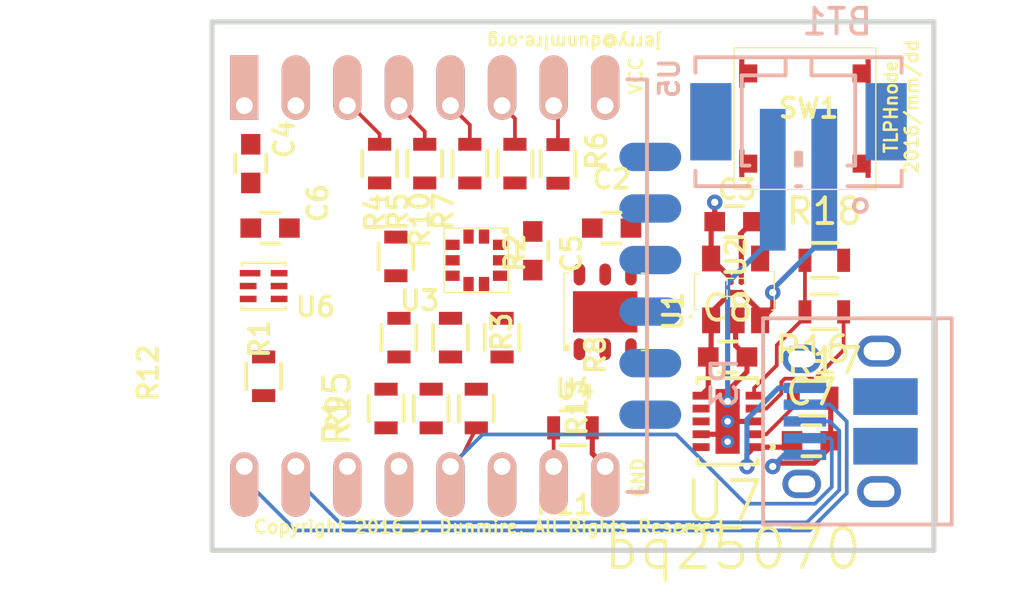
<source format=kicad_pcb>
(kicad_pcb (version 20160815) (host pcbnew no-vcs-found-7412~56~ubuntu16.04.1)

  (general
    (links 96)
    (no_connects 56)
    (area 130.399999 80.399999 158.600001 101.100001)
    (thickness 1.6)
    (drawings 9)
    (tracks 112)
    (zones 0)
    (modules 34)
    (nets 24)
  )

  (page A4)
  (layers
    (0 F.Cu signal)
    (1 In1.Cu.GND power hide)
    (2 In2.Cu.VCC power hide)
    (31 B.Cu signal)
    (32 B.Adhes user)
    (33 F.Adhes user)
    (34 B.Paste user)
    (35 F.Paste user)
    (36 B.SilkS user)
    (37 F.SilkS user)
    (38 B.Mask user)
    (39 F.Mask user)
    (40 Dwgs.User user)
    (41 Cmts.User user)
    (42 Eco1.User user)
    (43 Eco2.User user)
    (44 Edge.Cuts user)
    (45 Margin user)
    (46 B.CrtYd user)
    (47 F.CrtYd user)
    (48 B.Fab user)
    (49 F.Fab user)
  )

  (setup
    (last_trace_width 0.14478)
    (user_trace_width 0.15)
    (user_trace_width 0.175)
    (user_trace_width 0.2)
    (trace_clearance 0.14478)
    (zone_clearance 0.508)
    (zone_45_only no)
    (trace_min 0.127)
    (segment_width 0.2)
    (edge_width 0.2)
    (via_size 0.508)
    (via_drill 0.254)
    (via_min_size 0.4572)
    (via_min_drill 0.254)
    (user_via 0.5 0.254)
    (user_via 0.55 0.27)
    (user_via 0.6 0.28)
    (uvia_size 0.508)
    (uvia_drill 0.254)
    (uvias_allowed no)
    (uvia_min_size 0)
    (uvia_min_drill 0)
    (pcb_text_width 0.3)
    (pcb_text_size 1.5 1.5)
    (mod_edge_width 0.15)
    (mod_text_size 0.75 0.75)
    (mod_text_width 0.15)
    (pad_size 1.524 1.524)
    (pad_drill 0.762)
    (pad_to_mask_clearance 0.2)
    (aux_axis_origin 94.5 52)
    (grid_origin 130.5 80.5)
    (visible_elements FFFEFF7F)
    (pcbplotparams
      (layerselection 0x00030_ffffffff)
      (usegerberextensions false)
      (excludeedgelayer true)
      (linewidth 0.100000)
      (plotframeref false)
      (viasonmask false)
      (mode 1)
      (useauxorigin false)
      (hpglpennumber 1)
      (hpglpenspeed 20)
      (hpglpendiameter 15)
      (psnegative false)
      (psa4output false)
      (plotreference true)
      (plotvalue true)
      (plotinvisibletext false)
      (padsonsilk false)
      (subtractmaskfromsilk false)
      (outputformat 1)
      (mirror false)
      (drillshape 1)
      (scaleselection 1)
      (outputdirectory ""))
  )

  (net 0 "")
  (net 1 GND)
  (net 2 VCC)
  (net 3 "Net-(C4-Pad1)")
  (net 4 "Net-(R1-Pad2)")
  (net 5 "Net-(R2-Pad2)")
  (net 6 "Net-(R3-Pad2)")
  (net 7 "Net-(R4-Pad2)")
  (net 8 "Net-(R6-Pad1)")
  (net 9 "Net-(R7-Pad1)")
  (net 10 "Net-(R11-Pad1)")
  (net 11 +BATT)
  (net 12 /power/VDD)
  (net 13 /node/PGM)
  (net 14 /node/RXD)
  (net 15 /node/TXD)
  (net 16 /node/I2C_SDA)
  (net 17 /node/CHRG)
  (net 18 /node/I2C_SCL)
  (net 19 "Net-(R12-Pad2)")
  (net 20 /node/CTRL)
  (net 21 "Net-(R16-Pad1)")
  (net 22 "Net-(R17-Pad2)")
  (net 23 +3V3)

  (net_class Default "This is the default net class."
    (clearance 0.14478)
    (trace_width 0.14478)
    (via_dia 0.508)
    (via_drill 0.254)
    (uvia_dia 0.508)
    (uvia_drill 0.254)
    (diff_pair_gap 0.14478)
    (diff_pair_width 0.14478)
    (add_net +3V3)
    (add_net +BATT)
    (add_net /node/CHRG)
    (add_net /node/CTRL)
    (add_net /node/I2C_SCL)
    (add_net /node/I2C_SDA)
    (add_net /node/PGM)
    (add_net /node/RXD)
    (add_net /node/TXD)
    (add_net /power/VDD)
    (add_net GND)
    (add_net "Net-(C4-Pad1)")
    (add_net "Net-(R1-Pad2)")
    (add_net "Net-(R11-Pad1)")
    (add_net "Net-(R12-Pad2)")
    (add_net "Net-(R16-Pad1)")
    (add_net "Net-(R17-Pad2)")
    (add_net "Net-(R2-Pad2)")
    (add_net "Net-(R3-Pad2)")
    (add_net "Net-(R4-Pad2)")
    (add_net "Net-(R6-Pad1)")
    (add_net "Net-(R7-Pad1)")
    (add_net VCC)
  )

  (net_class 2layerMin ""
    (clearance 0.1524)
    (trace_width 0.1524)
    (via_dia 0.6858)
    (via_drill 0.3302)
    (uvia_dia 0.6858)
    (uvia_drill 0.3302)
    (diff_pair_gap 0.1524)
    (diff_pair_width 0.1524)
  )

  (net_class 4layerMin ""
    (clearance 0.127)
    (trace_width 0.127)
    (via_dia 0.4572)
    (via_drill 0.254)
    (uvia_dia 0.4572)
    (uvia_drill 0.254)
    (diff_pair_gap 0.127)
    (diff_pair_width 0.127)
  )

  (module rockingdlabs:bq25070_DQC_10-DQC10_P84X2P4 (layer F.Cu) (tedit 58506E57) (tstamp 58670038)
    (at 150.5 96 180)
    (path /58648E42/584F4EE6)
    (attr smd)
    (fp_text reference U7 (at 0.15 -3.1 180) (layer F.SilkS)
      (effects (font (thickness 0.15)))
    )
    (fp_text value bq25070 (at -0.2 -4.95 180) (layer F.SilkS)
      (effects (font (thickness 0.15)))
    )
    (fp_arc (start -1.71958 -0.9906) (end -1.7018 -0.9144) (angle 208) (layer F.SilkS) (width 0.1524))
    (fp_line (start -1.1684 -1.6764) (end -1.1684 -1.4732) (layer F.SilkS) (width 0.1524))
    (fp_line (start 1.1684 -1.6764) (end -1.1684 -1.6764) (layer F.SilkS) (width 0.1524))
    (fp_line (start 1.1684 1.6764) (end 1.1684 1.4732) (layer F.SilkS) (width 0.1524))
    (fp_line (start -1.1684 1.6764) (end 1.1684 1.6764) (layer F.SilkS) (width 0.1524))
    (fp_line (start -1.1684 1.4732) (end -1.1684 1.6764) (layer F.SilkS) (width 0.1524))
    (fp_line (start 1.1684 -1.4732) (end 1.1684 -1.6764) (layer F.SilkS) (width 0.1524))
    (pad 11 thru_hole circle (at 0 -0.7874 180) (size 0.508 0.508) (drill 0.254) (layers *.Cu *.Paste *.Mask)
      (net 1 GND))
    (pad 11 thru_hole circle (at 0 0 180) (size 0.508 0.508) (drill 0.254) (layers *.Cu *.Paste *.Mask)
      (net 1 GND))
    (pad 11 thru_hole circle (at 0 0.7874 180) (size 0.508 0.508) (drill 0.254) (layers *.Cu *.Paste *.Mask)
      (net 1 GND))
    (pad 11 smd rect (at 0 0 180) (size 0.9398 2.5146) (layers F.Cu F.Paste F.Mask)
      (net 1 GND))
    (pad 10 smd rect (at 1.0287 -0.99822 180) (size 0.6604 0.3048) (layers F.Cu F.Paste F.Mask)
      (net 11 +BATT))
    (pad 9 smd rect (at 1.0287 -0.49784 180) (size 0.6604 0.3048) (layers F.Cu F.Paste F.Mask)
      (net 1 GND))
    (pad 8 smd rect (at 1.0287 0 180) (size 0.6604 0.3048) (layers F.Cu F.Paste F.Mask)
      (net 17 /node/CHRG))
    (pad 7 smd rect (at 1.0287 0.49784 180) (size 0.6604 0.3048) (layers F.Cu F.Paste F.Mask)
      (net 20 /node/CTRL))
    (pad 6 smd rect (at 1.0287 0.99822 180) (size 0.6604 0.3048) (layers F.Cu F.Paste F.Mask)
      (net 11 +BATT))
    (pad 5 smd rect (at -1.0287 0.99822 180) (size 0.6604 0.3048) (layers F.Cu F.Paste F.Mask)
      (net 22 "Net-(R17-Pad2)"))
    (pad 4 smd rect (at -1.0287 0.49784 180) (size 0.6604 0.3048) (layers F.Cu F.Paste F.Mask)
      (net 23 +3V3))
    (pad 3 smd rect (at -1.0287 0 180) (size 0.6604 0.3048) (layers F.Cu F.Paste F.Mask)
      (net 1 GND))
    (pad 2 smd rect (at -1.0287 -0.49784 180) (size 0.6604 0.3048) (layers F.Cu F.Paste F.Mask)
      (net 21 "Net-(R16-Pad1)"))
    (pad 1 smd rect (at -1.0287 -0.99822 180) (size 0.6604 0.3048) (layers F.Cu F.Paste F.Mask)
      (net 12 /power/VDD))
    (model ${ROCKINGDLIB}/rockingdlabs.3dshapes/DQC10_P84X2P4.stp
      (at (xyz 0 0 0))
      (scale (xyz 1 1 1))
      (rotate (xyz 0 0 0))
    )
  )

  (module ESP8266:ESP-12E (layer B.Cu) (tedit 584B8C0C) (tstamp 584A0E0D)
    (at 131.75 83.75 270)
    (descr "Module, ESP-8266, ESP-12, 16 pad, SMD")
    (tags "Module ESP-8266 ESP8266")
    (path /58648CF6/583B4FA8)
    (fp_text reference U5 (at -1.06 -16.49 270) (layer B.SilkS)
      (effects (font (size 0.75 0.75) (thickness 0.15)) (justify mirror))
    )
    (fp_text value ESP-12E (at 8 -1 270) (layer B.Fab)
      (effects (font (size 1 1) (thickness 0.15)) (justify mirror))
    )
    (fp_line (start -2.25 0.5) (end -2.25 8.75) (layer B.CrtYd) (width 0.05))
    (fp_line (start -2.25 8.75) (end 15.25 8.75) (layer B.CrtYd) (width 0.05))
    (fp_line (start 15.25 8.75) (end 16.25 8.75) (layer B.CrtYd) (width 0.05))
    (fp_line (start 16.25 8.75) (end 16.25 -16) (layer B.CrtYd) (width 0.05))
    (fp_line (start 16.25 -16) (end -2.25 -16) (layer B.CrtYd) (width 0.05))
    (fp_line (start -2.25 -16) (end -2.25 0.5) (layer B.CrtYd) (width 0.05))
    (fp_line (start -1.016 8.382) (end 14.986 8.382) (layer B.CrtYd) (width 0.1524))
    (fp_line (start 14.986 8.382) (end 14.986 0.889) (layer B.CrtYd) (width 0.1524))
    (fp_line (start -1.016 8.382) (end -1.016 1.016) (layer B.CrtYd) (width 0.1524))
    (fp_line (start -1.016 -14.859) (end -1.016 -15.621) (layer B.SilkS) (width 0.1524))
    (fp_line (start -1.016 -15.621) (end 14.986 -15.621) (layer B.SilkS) (width 0.1524))
    (fp_line (start 14.986 -15.621) (end 14.986 -14.859) (layer B.SilkS) (width 0.1524))
    (fp_line (start 14.992 8.4) (end -1.008 2.6) (layer B.CrtYd) (width 0.1524))
    (fp_line (start -1.008 8.4) (end 14.992 2.6) (layer B.CrtYd) (width 0.1524))
    (fp_text user "No Copper" (at 6.892 5.4) (layer B.CrtYd)
      (effects (font (size 1 1) (thickness 0.15)) (justify mirror))
    )
    (fp_line (start -1.008 2.6) (end 14.992 2.6) (layer B.CrtYd) (width 0.1524))
    (fp_line (start 15 8.4) (end 15 -15.6) (layer B.Fab) (width 0.05))
    (fp_line (start 14.992 -15.6) (end -1.008 -15.6) (layer B.Fab) (width 0.05))
    (fp_line (start -1.008 -15.6) (end -1.008 8.4) (layer B.Fab) (width 0.05))
    (fp_line (start -1.008 8.4) (end 14.992 8.4) (layer B.Fab) (width 0.05))
    (pad 1 thru_hole rect (at 0 0 270) (size 2.5 1.1) (drill 0.65 (offset -0.7 0)) (layers *.Cu *.Mask B.SilkS)
      (net 3 "Net-(C4-Pad1)"))
    (pad 2 thru_hole oval (at 0 -2 270) (size 2.5 1.1) (drill 0.65 (offset -0.7 0)) (layers *.Cu *.Mask B.SilkS))
    (pad 3 thru_hole oval (at 0 -4 270) (size 2.5 1.1) (drill 0.65 (offset -0.7 0)) (layers *.Cu *.Mask B.SilkS)
      (net 7 "Net-(R4-Pad2)"))
    (pad 4 thru_hole oval (at 0 -6 270) (size 2.5 1.1) (drill 0.65 (offset -0.7 0)) (layers *.Cu *.Mask B.SilkS)
      (net 3 "Net-(C4-Pad1)"))
    (pad 5 thru_hole oval (at 0 -8 270) (size 2.5 1.1) (drill 0.65 (offset -0.7 0)) (layers *.Cu *.Mask B.SilkS)
      (net 18 /node/I2C_SCL))
    (pad 6 thru_hole oval (at 0 -10 270) (size 2.5 1.1) (drill 0.65 (offset -0.7 0)) (layers *.Cu *.Mask B.SilkS)
      (net 9 "Net-(R7-Pad1)"))
    (pad 7 thru_hole oval (at 0 -12 270) (size 2.5 1.1) (drill 0.65 (offset -0.7 0)) (layers *.Cu *.Mask B.SilkS)
      (net 8 "Net-(R6-Pad1)"))
    (pad 8 thru_hole oval (at 0 -14 270) (size 2.5 1.1) (drill 0.65 (offset -0.7 0)) (layers *.Cu *.Mask B.SilkS)
      (net 2 VCC))
    (pad 9 thru_hole oval (at 14 -14 270) (size 2.5 1.1) (drill 0.65 (offset 0.7 0)) (layers *.Cu *.Mask B.SilkS)
      (net 1 GND))
    (pad 10 thru_hole oval (at 14 -12 270) (size 2.5 1.1) (drill 0.65 (offset 0.6 0)) (layers *.Cu *.Mask B.SilkS)
      (net 10 "Net-(R11-Pad1)"))
    (pad 11 thru_hole oval (at 14 -10 270) (size 2.5 1.1) (drill 0.65 (offset 0.7 0)) (layers *.Cu *.Mask B.SilkS)
      (net 16 /node/I2C_SDA))
    (pad 12 thru_hole oval (at 14 -8 270) (size 2.5 1.1) (drill 0.65 (offset 0.7 0)) (layers *.Cu *.Mask B.SilkS)
      (net 13 /node/PGM))
    (pad 13 thru_hole oval (at 14 -6 270) (size 2.5 1.1) (drill 0.65 (offset 0.7 0)) (layers *.Cu *.Mask B.SilkS)
      (net 17 /node/CHRG))
    (pad 14 thru_hole oval (at 14 -4 270) (size 2.5 1.1) (drill 0.65 (offset 0.7 0)) (layers *.Cu *.Mask B.SilkS)
      (net 20 /node/CTRL))
    (pad 15 thru_hole oval (at 14 -2 270) (size 2.5 1.1) (drill 0.65 (offset 0.7 0)) (layers *.Cu *.Mask B.SilkS)
      (net 14 /node/RXD))
    (pad 16 thru_hole oval (at 14 0 270) (size 2.5 1.1) (drill 0.65 (offset 0.7 0)) (layers *.Cu *.Mask B.SilkS)
      (net 15 /node/TXD))
    (pad 17 smd oval (at 1.99 -15.75 180) (size 2.4 1.1) (layers B.Cu B.Paste B.Mask))
    (pad 18 smd oval (at 3.99 -15.75 180) (size 2.4 1.1) (layers B.Cu B.Paste B.Mask))
    (pad 19 smd oval (at 5.99 -15.75 180) (size 2.4 1.1) (layers B.Cu B.Paste B.Mask))
    (pad 20 smd oval (at 7.99 -15.75 180) (size 2.4 1.1) (layers B.Cu B.Paste B.Mask))
    (pad 21 smd oval (at 9.99 -15.75 180) (size 2.4 1.1) (layers B.Cu B.Paste B.Mask))
    (pad 22 smd oval (at 11.99 -15.75 180) (size 2.4 1.1) (layers B.Cu B.Paste B.Mask))
    (model ${ESPLIB}/ESP8266.3dshapes/ESP-12.wrl
      (at (xyz 0 0 0))
      (scale (xyz 0.3937 0.3937 0.3937))
      (rotate (xyz 0 0 0))
    )
  )

  (module Capacitors_SMD:C_0603 (layer F.Cu) (tedit 5415D631) (tstamp 584A0D3E)
    (at 146 88.5)
    (descr "Capacitor SMD 0603, reflow soldering, AVX (see smccp.pdf)")
    (tags "capacitor 0603")
    (path /58648CF6/584846C5)
    (attr smd)
    (fp_text reference C2 (at 0 -1.9) (layer F.SilkS)
      (effects (font (size 0.75 0.75) (thickness 0.15)))
    )
    (fp_text value "0.1 uF" (at 0 1.9) (layer F.Fab)
      (effects (font (size 1 1) (thickness 0.15)))
    )
    (fp_line (start -0.8 0.4) (end -0.8 -0.4) (layer F.Fab) (width 0.15))
    (fp_line (start 0.8 0.4) (end -0.8 0.4) (layer F.Fab) (width 0.15))
    (fp_line (start 0.8 -0.4) (end 0.8 0.4) (layer F.Fab) (width 0.15))
    (fp_line (start -0.8 -0.4) (end 0.8 -0.4) (layer F.Fab) (width 0.15))
    (fp_line (start -1.45 -0.75) (end 1.45 -0.75) (layer F.CrtYd) (width 0.05))
    (fp_line (start -1.45 0.75) (end 1.45 0.75) (layer F.CrtYd) (width 0.05))
    (fp_line (start -1.45 -0.75) (end -1.45 0.75) (layer F.CrtYd) (width 0.05))
    (fp_line (start 1.45 -0.75) (end 1.45 0.75) (layer F.CrtYd) (width 0.05))
    (fp_line (start -0.35 -0.6) (end 0.35 -0.6) (layer F.SilkS) (width 0.15))
    (fp_line (start 0.35 0.6) (end -0.35 0.6) (layer F.SilkS) (width 0.15))
    (pad 1 smd rect (at -0.75 0) (size 0.8 0.75) (layers F.Cu F.Paste F.Mask)
      (net 2 VCC))
    (pad 2 smd rect (at 0.75 0) (size 0.8 0.75) (layers F.Cu F.Paste F.Mask)
      (net 1 GND))
    (model Capacitors_SMD.3dshapes/C_0603.wrl
      (at (xyz 0 0 0))
      (scale (xyz 1 1 1))
      (rotate (xyz 0 0 0))
    )
  )

  (module Capacitors_SMD:C_0603 (layer F.Cu) (tedit 584B8B42) (tstamp 584A0D44)
    (at 150.75 88.25)
    (descr "Capacitor SMD 0603, reflow soldering, AVX (see smccp.pdf)")
    (tags "capacitor 0603")
    (path /58648CF6/583BE718)
    (attr smd)
    (fp_text reference C3 (at 0.115 -1.245) (layer F.SilkS)
      (effects (font (size 0.75 0.75) (thickness 0.15)))
    )
    (fp_text value "1 uF" (at 0 1.9) (layer F.Fab)
      (effects (font (size 1 1) (thickness 0.15)))
    )
    (fp_line (start -0.8 0.4) (end -0.8 -0.4) (layer F.Fab) (width 0.15))
    (fp_line (start 0.8 0.4) (end -0.8 0.4) (layer F.Fab) (width 0.15))
    (fp_line (start 0.8 -0.4) (end 0.8 0.4) (layer F.Fab) (width 0.15))
    (fp_line (start -0.8 -0.4) (end 0.8 -0.4) (layer F.Fab) (width 0.15))
    (fp_line (start -1.45 -0.75) (end 1.45 -0.75) (layer F.CrtYd) (width 0.05))
    (fp_line (start -1.45 0.75) (end 1.45 0.75) (layer F.CrtYd) (width 0.05))
    (fp_line (start -1.45 -0.75) (end -1.45 0.75) (layer F.CrtYd) (width 0.05))
    (fp_line (start 1.45 -0.75) (end 1.45 0.75) (layer F.CrtYd) (width 0.05))
    (fp_line (start -0.35 -0.6) (end 0.35 -0.6) (layer F.SilkS) (width 0.15))
    (fp_line (start 0.35 0.6) (end -0.35 0.6) (layer F.SilkS) (width 0.15))
    (pad 1 smd rect (at -0.75 0) (size 0.8 0.75) (layers F.Cu F.Paste F.Mask)
      (net 2 VCC))
    (pad 2 smd rect (at 0.75 0) (size 0.8 0.75) (layers F.Cu F.Paste F.Mask)
      (net 1 GND))
    (model Capacitors_SMD.3dshapes/C_0603.wrl
      (at (xyz 0 0 0))
      (scale (xyz 1 1 1))
      (rotate (xyz 0 0 0))
    )
  )

  (module Capacitors_SMD:C_0603 (layer F.Cu) (tedit 585E1135) (tstamp 584A0D4A)
    (at 132 86 270)
    (descr "Capacitor SMD 0603, reflow soldering, AVX (see smccp.pdf)")
    (tags "capacitor 0603")
    (path /58648CF6/583B653A)
    (attr smd)
    (fp_text reference C4 (at -0.95 -1.3 270) (layer F.SilkS)
      (effects (font (size 0.75 0.75) (thickness 0.15)))
    )
    (fp_text value "0.1 uF" (at 0 1.9 270) (layer F.Fab)
      (effects (font (size 1 1) (thickness 0.15)))
    )
    (fp_line (start 0.35 0.6) (end -0.35 0.6) (layer F.SilkS) (width 0.15))
    (fp_line (start -0.35 -0.6) (end 0.35 -0.6) (layer F.SilkS) (width 0.15))
    (fp_line (start 1.45 -0.75) (end 1.45 0.75) (layer F.CrtYd) (width 0.05))
    (fp_line (start -1.45 -0.75) (end -1.45 0.75) (layer F.CrtYd) (width 0.05))
    (fp_line (start -1.45 0.75) (end 1.45 0.75) (layer F.CrtYd) (width 0.05))
    (fp_line (start -1.45 -0.75) (end 1.45 -0.75) (layer F.CrtYd) (width 0.05))
    (fp_line (start -0.8 -0.4) (end 0.8 -0.4) (layer F.Fab) (width 0.15))
    (fp_line (start 0.8 -0.4) (end 0.8 0.4) (layer F.Fab) (width 0.15))
    (fp_line (start 0.8 0.4) (end -0.8 0.4) (layer F.Fab) (width 0.15))
    (fp_line (start -0.8 0.4) (end -0.8 -0.4) (layer F.Fab) (width 0.15))
    (pad 2 smd rect (at 0.75 0 270) (size 0.8 0.75) (layers F.Cu F.Paste F.Mask)
      (net 1 GND))
    (pad 1 smd rect (at -0.75 0 270) (size 0.8 0.75) (layers F.Cu F.Paste F.Mask)
      (net 3 "Net-(C4-Pad1)"))
    (model Capacitors_SMD.3dshapes/C_0603.wrl
      (at (xyz 0 0 0))
      (scale (xyz 1 1 1))
      (rotate (xyz 0 0 0))
    )
  )

  (module Capacitors_SMD:C_0603 (layer F.Cu) (tedit 584B895F) (tstamp 584A0D50)
    (at 142.94 89.38 270)
    (descr "Capacitor SMD 0603, reflow soldering, AVX (see smccp.pdf)")
    (tags "capacitor 0603")
    (path /58648CF6/583BE33E)
    (attr smd)
    (fp_text reference C5 (at 0.11 -1.5 270) (layer F.SilkS)
      (effects (font (size 0.75 0.75) (thickness 0.15)))
    )
    (fp_text value "0.1 uF" (at 0 1.9 270) (layer F.Fab)
      (effects (font (size 1 1) (thickness 0.15)))
    )
    (fp_line (start -0.8 0.4) (end -0.8 -0.4) (layer F.Fab) (width 0.15))
    (fp_line (start 0.8 0.4) (end -0.8 0.4) (layer F.Fab) (width 0.15))
    (fp_line (start 0.8 -0.4) (end 0.8 0.4) (layer F.Fab) (width 0.15))
    (fp_line (start -0.8 -0.4) (end 0.8 -0.4) (layer F.Fab) (width 0.15))
    (fp_line (start -1.45 -0.75) (end 1.45 -0.75) (layer F.CrtYd) (width 0.05))
    (fp_line (start -1.45 0.75) (end 1.45 0.75) (layer F.CrtYd) (width 0.05))
    (fp_line (start -1.45 -0.75) (end -1.45 0.75) (layer F.CrtYd) (width 0.05))
    (fp_line (start 1.45 -0.75) (end 1.45 0.75) (layer F.CrtYd) (width 0.05))
    (fp_line (start -0.35 -0.6) (end 0.35 -0.6) (layer F.SilkS) (width 0.15))
    (fp_line (start 0.35 0.6) (end -0.35 0.6) (layer F.SilkS) (width 0.15))
    (pad 1 smd rect (at -0.75 0 270) (size 0.8 0.75) (layers F.Cu F.Paste F.Mask)
      (net 2 VCC))
    (pad 2 smd rect (at 0.75 0 270) (size 0.8 0.75) (layers F.Cu F.Paste F.Mask)
      (net 1 GND))
    (model Capacitors_SMD.3dshapes/C_0603.wrl
      (at (xyz 0 0 0))
      (scale (xyz 1 1 1))
      (rotate (xyz 0 0 0))
    )
  )

  (module Capacitors_SMD:C_0603 (layer F.Cu) (tedit 585E135E) (tstamp 584A0D56)
    (at 132.75 88.5 180)
    (descr "Capacitor SMD 0603, reflow soldering, AVX (see smccp.pdf)")
    (tags "capacitor 0603")
    (path /58648CF6/583BE035)
    (attr smd)
    (fp_text reference C6 (at -1.85 0.97 270) (layer F.SilkS)
      (effects (font (size 0.75 0.75) (thickness 0.15)))
    )
    (fp_text value "0.1 uF" (at 0 1.9 180) (layer F.Fab)
      (effects (font (size 1 1) (thickness 0.15)))
    )
    (fp_line (start 0.35 0.6) (end -0.35 0.6) (layer F.SilkS) (width 0.15))
    (fp_line (start -0.35 -0.6) (end 0.35 -0.6) (layer F.SilkS) (width 0.15))
    (fp_line (start 1.45 -0.75) (end 1.45 0.75) (layer F.CrtYd) (width 0.05))
    (fp_line (start -1.45 -0.75) (end -1.45 0.75) (layer F.CrtYd) (width 0.05))
    (fp_line (start -1.45 0.75) (end 1.45 0.75) (layer F.CrtYd) (width 0.05))
    (fp_line (start -1.45 -0.75) (end 1.45 -0.75) (layer F.CrtYd) (width 0.05))
    (fp_line (start -0.8 -0.4) (end 0.8 -0.4) (layer F.Fab) (width 0.15))
    (fp_line (start 0.8 -0.4) (end 0.8 0.4) (layer F.Fab) (width 0.15))
    (fp_line (start 0.8 0.4) (end -0.8 0.4) (layer F.Fab) (width 0.15))
    (fp_line (start -0.8 0.4) (end -0.8 -0.4) (layer F.Fab) (width 0.15))
    (pad 2 smd rect (at 0.75 0 180) (size 0.8 0.75) (layers F.Cu F.Paste F.Mask)
      (net 1 GND))
    (pad 1 smd rect (at -0.75 0 180) (size 0.8 0.75) (layers F.Cu F.Paste F.Mask)
      (net 2 VCC))
    (model Capacitors_SMD.3dshapes/C_0603.wrl
      (at (xyz 0 0 0))
      (scale (xyz 1 1 1))
      (rotate (xyz 0 0 0))
    )
  )

  (module Resistors_SMD:R_0603 (layer F.Cu) (tedit 584B8944) (tstamp 584A0D6F)
    (at 137.75 92.75 90)
    (descr "Resistor SMD 0603, reflow soldering, Vishay (see dcrcw.pdf)")
    (tags "resistor 0603")
    (path /58648CF6/58483D82)
    (attr smd)
    (fp_text reference R1 (at -0.04 -5.41 90) (layer F.SilkS)
      (effects (font (size 0.75 0.75) (thickness 0.15)))
    )
    (fp_text value 4.7k (at 0 1.9 90) (layer F.Fab)
      (effects (font (size 1 1) (thickness 0.15)))
    )
    (fp_line (start -0.5 -0.675) (end 0.5 -0.675) (layer F.SilkS) (width 0.15))
    (fp_line (start 0.5 0.675) (end -0.5 0.675) (layer F.SilkS) (width 0.15))
    (fp_line (start 1.3 -0.8) (end 1.3 0.8) (layer F.CrtYd) (width 0.05))
    (fp_line (start -1.3 -0.8) (end -1.3 0.8) (layer F.CrtYd) (width 0.05))
    (fp_line (start -1.3 0.8) (end 1.3 0.8) (layer F.CrtYd) (width 0.05))
    (fp_line (start -1.3 -0.8) (end 1.3 -0.8) (layer F.CrtYd) (width 0.05))
    (fp_line (start -0.8 -0.4) (end 0.8 -0.4) (layer F.Fab) (width 0.1))
    (fp_line (start 0.8 -0.4) (end 0.8 0.4) (layer F.Fab) (width 0.1))
    (fp_line (start 0.8 0.4) (end -0.8 0.4) (layer F.Fab) (width 0.1))
    (fp_line (start -0.8 0.4) (end -0.8 -0.4) (layer F.Fab) (width 0.1))
    (pad 2 smd rect (at 0.75 0 90) (size 0.5 0.9) (layers F.Cu F.Paste F.Mask)
      (net 4 "Net-(R1-Pad2)"))
    (pad 1 smd rect (at -0.75 0 90) (size 0.5 0.9) (layers F.Cu F.Paste F.Mask)
      (net 2 VCC))
    (model Resistors_SMD.3dshapes/R_0603.wrl
      (at (xyz 0 0 0))
      (scale (xyz 1 1 1))
      (rotate (xyz 0 0 0))
    )
  )

  (module Resistors_SMD:R_0603 (layer F.Cu) (tedit 584B8931) (tstamp 584A0D75)
    (at 137.63 89.6 270)
    (descr "Resistor SMD 0603, reflow soldering, Vishay (see dcrcw.pdf)")
    (tags "resistor 0603")
    (path /58648CF6/58484063)
    (attr smd)
    (fp_text reference R2 (at -0.14 -4.61 270) (layer F.SilkS)
      (effects (font (size 0.75 0.75) (thickness 0.15)))
    )
    (fp_text value 4.7k (at 0 1.9 270) (layer F.Fab)
      (effects (font (size 1 1) (thickness 0.15)))
    )
    (fp_line (start -0.8 0.4) (end -0.8 -0.4) (layer F.Fab) (width 0.1))
    (fp_line (start 0.8 0.4) (end -0.8 0.4) (layer F.Fab) (width 0.1))
    (fp_line (start 0.8 -0.4) (end 0.8 0.4) (layer F.Fab) (width 0.1))
    (fp_line (start -0.8 -0.4) (end 0.8 -0.4) (layer F.Fab) (width 0.1))
    (fp_line (start -1.3 -0.8) (end 1.3 -0.8) (layer F.CrtYd) (width 0.05))
    (fp_line (start -1.3 0.8) (end 1.3 0.8) (layer F.CrtYd) (width 0.05))
    (fp_line (start -1.3 -0.8) (end -1.3 0.8) (layer F.CrtYd) (width 0.05))
    (fp_line (start 1.3 -0.8) (end 1.3 0.8) (layer F.CrtYd) (width 0.05))
    (fp_line (start 0.5 0.675) (end -0.5 0.675) (layer F.SilkS) (width 0.15))
    (fp_line (start -0.5 -0.675) (end 0.5 -0.675) (layer F.SilkS) (width 0.15))
    (pad 1 smd rect (at -0.75 0 270) (size 0.5 0.9) (layers F.Cu F.Paste F.Mask)
      (net 2 VCC))
    (pad 2 smd rect (at 0.75 0 270) (size 0.5 0.9) (layers F.Cu F.Paste F.Mask)
      (net 5 "Net-(R2-Pad2)"))
    (model Resistors_SMD.3dshapes/R_0603.wrl
      (at (xyz 0 0 0))
      (scale (xyz 1 1 1))
      (rotate (xyz 0 0 0))
    )
  )

  (module Resistors_SMD:R_0603 (layer F.Cu) (tedit 585E1371) (tstamp 584A0D7B)
    (at 139.75 92.75 90)
    (descr "Resistor SMD 0603, reflow soldering, Vishay (see dcrcw.pdf)")
    (tags "resistor 0603")
    (path /58648CF6/58483449)
    (attr smd)
    (fp_text reference R3 (at 0.22 1.98 90) (layer F.SilkS)
      (effects (font (size 0.75 0.75) (thickness 0.15)))
    )
    (fp_text value 4.7k (at 0 1.9 90) (layer F.Fab)
      (effects (font (size 1 1) (thickness 0.15)))
    )
    (fp_line (start -0.8 0.4) (end -0.8 -0.4) (layer F.Fab) (width 0.1))
    (fp_line (start 0.8 0.4) (end -0.8 0.4) (layer F.Fab) (width 0.1))
    (fp_line (start 0.8 -0.4) (end 0.8 0.4) (layer F.Fab) (width 0.1))
    (fp_line (start -0.8 -0.4) (end 0.8 -0.4) (layer F.Fab) (width 0.1))
    (fp_line (start -1.3 -0.8) (end 1.3 -0.8) (layer F.CrtYd) (width 0.05))
    (fp_line (start -1.3 0.8) (end 1.3 0.8) (layer F.CrtYd) (width 0.05))
    (fp_line (start -1.3 -0.8) (end -1.3 0.8) (layer F.CrtYd) (width 0.05))
    (fp_line (start 1.3 -0.8) (end 1.3 0.8) (layer F.CrtYd) (width 0.05))
    (fp_line (start 0.5 0.675) (end -0.5 0.675) (layer F.SilkS) (width 0.15))
    (fp_line (start -0.5 -0.675) (end 0.5 -0.675) (layer F.SilkS) (width 0.15))
    (pad 1 smd rect (at -0.75 0 90) (size 0.5 0.9) (layers F.Cu F.Paste F.Mask)
      (net 2 VCC))
    (pad 2 smd rect (at 0.75 0 90) (size 0.5 0.9) (layers F.Cu F.Paste F.Mask)
      (net 6 "Net-(R3-Pad2)"))
    (model Resistors_SMD.3dshapes/R_0603.wrl
      (at (xyz 0 0 0))
      (scale (xyz 1 1 1))
      (rotate (xyz 0 0 0))
    )
  )

  (module Resistors_SMD:R_0603 (layer F.Cu) (tedit 585E110C) (tstamp 584A0D81)
    (at 137 86 90)
    (descr "Resistor SMD 0603, reflow soldering, Vishay (see dcrcw.pdf)")
    (tags "resistor 0603")
    (path /58648CF6/583B6490)
    (attr smd)
    (fp_text reference R4 (at -1.9 -0.17 90) (layer F.SilkS)
      (effects (font (size 0.75 0.75) (thickness 0.15)))
    )
    (fp_text value 4.7k (at 0 1.9 90) (layer F.Fab)
      (effects (font (size 1 1) (thickness 0.15)))
    )
    (fp_line (start -0.5 -0.675) (end 0.5 -0.675) (layer F.SilkS) (width 0.15))
    (fp_line (start 0.5 0.675) (end -0.5 0.675) (layer F.SilkS) (width 0.15))
    (fp_line (start 1.3 -0.8) (end 1.3 0.8) (layer F.CrtYd) (width 0.05))
    (fp_line (start -1.3 -0.8) (end -1.3 0.8) (layer F.CrtYd) (width 0.05))
    (fp_line (start -1.3 0.8) (end 1.3 0.8) (layer F.CrtYd) (width 0.05))
    (fp_line (start -1.3 -0.8) (end 1.3 -0.8) (layer F.CrtYd) (width 0.05))
    (fp_line (start -0.8 -0.4) (end 0.8 -0.4) (layer F.Fab) (width 0.1))
    (fp_line (start 0.8 -0.4) (end 0.8 0.4) (layer F.Fab) (width 0.1))
    (fp_line (start 0.8 0.4) (end -0.8 0.4) (layer F.Fab) (width 0.1))
    (fp_line (start -0.8 0.4) (end -0.8 -0.4) (layer F.Fab) (width 0.1))
    (pad 2 smd rect (at 0.75 0 90) (size 0.5 0.9) (layers F.Cu F.Paste F.Mask)
      (net 7 "Net-(R4-Pad2)"))
    (pad 1 smd rect (at -0.75 0 90) (size 0.5 0.9) (layers F.Cu F.Paste F.Mask)
      (net 2 VCC))
    (model Resistors_SMD.3dshapes/R_0603.wrl
      (at (xyz 0 0 0))
      (scale (xyz 1 1 1))
      (rotate (xyz 0 0 0))
    )
  )

  (module Resistors_SMD:R_0603 (layer F.Cu) (tedit 585E1107) (tstamp 584A0D87)
    (at 138.75 86 90)
    (descr "Resistor SMD 0603, reflow soldering, Vishay (see dcrcw.pdf)")
    (tags "resistor 0603")
    (path /58648CF6/583B6506)
    (attr smd)
    (fp_text reference R5 (at -1.86 -1.04 90) (layer F.SilkS)
      (effects (font (size 0.75 0.75) (thickness 0.15)))
    )
    (fp_text value 10k (at 0 1.9 90) (layer F.Fab)
      (effects (font (size 1 1) (thickness 0.15)))
    )
    (fp_line (start -0.8 0.4) (end -0.8 -0.4) (layer F.Fab) (width 0.1))
    (fp_line (start 0.8 0.4) (end -0.8 0.4) (layer F.Fab) (width 0.1))
    (fp_line (start 0.8 -0.4) (end 0.8 0.4) (layer F.Fab) (width 0.1))
    (fp_line (start -0.8 -0.4) (end 0.8 -0.4) (layer F.Fab) (width 0.1))
    (fp_line (start -1.3 -0.8) (end 1.3 -0.8) (layer F.CrtYd) (width 0.05))
    (fp_line (start -1.3 0.8) (end 1.3 0.8) (layer F.CrtYd) (width 0.05))
    (fp_line (start -1.3 -0.8) (end -1.3 0.8) (layer F.CrtYd) (width 0.05))
    (fp_line (start 1.3 -0.8) (end 1.3 0.8) (layer F.CrtYd) (width 0.05))
    (fp_line (start 0.5 0.675) (end -0.5 0.675) (layer F.SilkS) (width 0.15))
    (fp_line (start -0.5 -0.675) (end 0.5 -0.675) (layer F.SilkS) (width 0.15))
    (pad 1 smd rect (at -0.75 0 90) (size 0.5 0.9) (layers F.Cu F.Paste F.Mask)
      (net 2 VCC))
    (pad 2 smd rect (at 0.75 0 90) (size 0.5 0.9) (layers F.Cu F.Paste F.Mask)
      (net 3 "Net-(C4-Pad1)"))
    (model Resistors_SMD.3dshapes/R_0603.wrl
      (at (xyz 0 0 0))
      (scale (xyz 1 1 1))
      (rotate (xyz 0 0 0))
    )
  )

  (module Resistors_SMD:R_0603 (layer F.Cu) (tedit 584B8BF7) (tstamp 584A0D8D)
    (at 143.92 86.01 270)
    (descr "Resistor SMD 0603, reflow soldering, Vishay (see dcrcw.pdf)")
    (tags "resistor 0603")
    (path /58648CF6/583BCA9C)
    (attr smd)
    (fp_text reference R6 (at -0.51 -1.49 270) (layer F.SilkS)
      (effects (font (size 0.75 0.75) (thickness 0.15)))
    )
    (fp_text value 10k (at 0 1.9 270) (layer F.Fab)
      (effects (font (size 1 1) (thickness 0.15)))
    )
    (fp_line (start -0.8 0.4) (end -0.8 -0.4) (layer F.Fab) (width 0.1))
    (fp_line (start 0.8 0.4) (end -0.8 0.4) (layer F.Fab) (width 0.1))
    (fp_line (start 0.8 -0.4) (end 0.8 0.4) (layer F.Fab) (width 0.1))
    (fp_line (start -0.8 -0.4) (end 0.8 -0.4) (layer F.Fab) (width 0.1))
    (fp_line (start -1.3 -0.8) (end 1.3 -0.8) (layer F.CrtYd) (width 0.05))
    (fp_line (start -1.3 0.8) (end 1.3 0.8) (layer F.CrtYd) (width 0.05))
    (fp_line (start -1.3 -0.8) (end -1.3 0.8) (layer F.CrtYd) (width 0.05))
    (fp_line (start 1.3 -0.8) (end 1.3 0.8) (layer F.CrtYd) (width 0.05))
    (fp_line (start 0.5 0.675) (end -0.5 0.675) (layer F.SilkS) (width 0.15))
    (fp_line (start -0.5 -0.675) (end 0.5 -0.675) (layer F.SilkS) (width 0.15))
    (pad 1 smd rect (at -0.75 0 270) (size 0.5 0.9) (layers F.Cu F.Paste F.Mask)
      (net 8 "Net-(R6-Pad1)"))
    (pad 2 smd rect (at 0.75 0 270) (size 0.5 0.9) (layers F.Cu F.Paste F.Mask)
      (net 2 VCC))
    (model Resistors_SMD.3dshapes/R_0603.wrl
      (at (xyz 0 0 0))
      (scale (xyz 1 1 1))
      (rotate (xyz 0 0 0))
    )
  )

  (module Resistors_SMD:R_0603 (layer F.Cu) (tedit 585E10F5) (tstamp 584A0D93)
    (at 142.25 86 270)
    (descr "Resistor SMD 0603, reflow soldering, Vishay (see dcrcw.pdf)")
    (tags "resistor 0603")
    (path /58648CF6/583BCB48)
    (attr smd)
    (fp_text reference R7 (at 1.84 2.78 270) (layer F.SilkS)
      (effects (font (size 0.75 0.75) (thickness 0.15)))
    )
    (fp_text value 10k (at 0 1.9 270) (layer F.Fab)
      (effects (font (size 1 1) (thickness 0.15)))
    )
    (fp_line (start -0.5 -0.675) (end 0.5 -0.675) (layer F.SilkS) (width 0.15))
    (fp_line (start 0.5 0.675) (end -0.5 0.675) (layer F.SilkS) (width 0.15))
    (fp_line (start 1.3 -0.8) (end 1.3 0.8) (layer F.CrtYd) (width 0.05))
    (fp_line (start -1.3 -0.8) (end -1.3 0.8) (layer F.CrtYd) (width 0.05))
    (fp_line (start -1.3 0.8) (end 1.3 0.8) (layer F.CrtYd) (width 0.05))
    (fp_line (start -1.3 -0.8) (end 1.3 -0.8) (layer F.CrtYd) (width 0.05))
    (fp_line (start -0.8 -0.4) (end 0.8 -0.4) (layer F.Fab) (width 0.1))
    (fp_line (start 0.8 -0.4) (end 0.8 0.4) (layer F.Fab) (width 0.1))
    (fp_line (start 0.8 0.4) (end -0.8 0.4) (layer F.Fab) (width 0.1))
    (fp_line (start -0.8 0.4) (end -0.8 -0.4) (layer F.Fab) (width 0.1))
    (pad 2 smd rect (at 0.75 0 270) (size 0.5 0.9) (layers F.Cu F.Paste F.Mask)
      (net 2 VCC))
    (pad 1 smd rect (at -0.75 0 270) (size 0.5 0.9) (layers F.Cu F.Paste F.Mask)
      (net 9 "Net-(R7-Pad1)"))
    (model Resistors_SMD.3dshapes/R_0603.wrl
      (at (xyz 0 0 0))
      (scale (xyz 1 1 1))
      (rotate (xyz 0 0 0))
    )
  )

  (module Resistors_SMD:R_0603 (layer F.Cu) (tedit 585E1149) (tstamp 584A0D99)
    (at 141.75 92.75 270)
    (descr "Resistor SMD 0603, reflow soldering, Vishay (see dcrcw.pdf)")
    (tags "resistor 0603")
    (path /58648CF6/583BB767)
    (attr smd)
    (fp_text reference R8 (at 0.67 -3.62 270) (layer F.SilkS)
      (effects (font (size 0.75 0.75) (thickness 0.15)))
    )
    (fp_text value 4.7k (at 0 1.9 270) (layer F.Fab)
      (effects (font (size 1 1) (thickness 0.15)))
    )
    (fp_line (start -0.5 -0.675) (end 0.5 -0.675) (layer F.SilkS) (width 0.15))
    (fp_line (start 0.5 0.675) (end -0.5 0.675) (layer F.SilkS) (width 0.15))
    (fp_line (start 1.3 -0.8) (end 1.3 0.8) (layer F.CrtYd) (width 0.05))
    (fp_line (start -1.3 -0.8) (end -1.3 0.8) (layer F.CrtYd) (width 0.05))
    (fp_line (start -1.3 0.8) (end 1.3 0.8) (layer F.CrtYd) (width 0.05))
    (fp_line (start -1.3 -0.8) (end 1.3 -0.8) (layer F.CrtYd) (width 0.05))
    (fp_line (start -0.8 -0.4) (end 0.8 -0.4) (layer F.Fab) (width 0.1))
    (fp_line (start 0.8 -0.4) (end 0.8 0.4) (layer F.Fab) (width 0.1))
    (fp_line (start 0.8 0.4) (end -0.8 0.4) (layer F.Fab) (width 0.1))
    (fp_line (start -0.8 0.4) (end -0.8 -0.4) (layer F.Fab) (width 0.1))
    (pad 2 smd rect (at 0.75 0 270) (size 0.5 0.9) (layers F.Cu F.Paste F.Mask)
      (net 16 /node/I2C_SDA))
    (pad 1 smd rect (at -0.75 0 270) (size 0.5 0.9) (layers F.Cu F.Paste F.Mask)
      (net 2 VCC))
    (model Resistors_SMD.3dshapes/R_0603.wrl
      (at (xyz 0 0 0))
      (scale (xyz 1 1 1))
      (rotate (xyz 0 0 0))
    )
  )

  (module Resistors_SMD:R_0603 (layer F.Cu) (tedit 585E1156) (tstamp 584A0D9F)
    (at 139 95.5 270)
    (descr "Resistor SMD 0603, reflow soldering, Vishay (see dcrcw.pdf)")
    (tags "resistor 0603")
    (path /58648CF6/583BD73B)
    (attr smd)
    (fp_text reference R9 (at 0.22 3.65 270) (layer F.SilkS)
      (effects (font (size 0.75 0.75) (thickness 0.15)))
    )
    (fp_text value 10k (at 0 1.9 270) (layer F.Fab)
      (effects (font (size 1 1) (thickness 0.15)))
    )
    (fp_line (start -0.5 -0.675) (end 0.5 -0.675) (layer F.SilkS) (width 0.15))
    (fp_line (start 0.5 0.675) (end -0.5 0.675) (layer F.SilkS) (width 0.15))
    (fp_line (start 1.3 -0.8) (end 1.3 0.8) (layer F.CrtYd) (width 0.05))
    (fp_line (start -1.3 -0.8) (end -1.3 0.8) (layer F.CrtYd) (width 0.05))
    (fp_line (start -1.3 0.8) (end 1.3 0.8) (layer F.CrtYd) (width 0.05))
    (fp_line (start -1.3 -0.8) (end 1.3 -0.8) (layer F.CrtYd) (width 0.05))
    (fp_line (start -0.8 -0.4) (end 0.8 -0.4) (layer F.Fab) (width 0.1))
    (fp_line (start 0.8 -0.4) (end 0.8 0.4) (layer F.Fab) (width 0.1))
    (fp_line (start 0.8 0.4) (end -0.8 0.4) (layer F.Fab) (width 0.1))
    (fp_line (start -0.8 0.4) (end -0.8 -0.4) (layer F.Fab) (width 0.1))
    (pad 2 smd rect (at 0.75 0 270) (size 0.5 0.9) (layers F.Cu F.Paste F.Mask)
      (net 17 /node/CHRG))
    (pad 1 smd rect (at -0.75 0 270) (size 0.5 0.9) (layers F.Cu F.Paste F.Mask)
      (net 2 VCC))
    (model Resistors_SMD.3dshapes/R_0603.wrl
      (at (xyz 0 0 0))
      (scale (xyz 1 1 1))
      (rotate (xyz 0 0 0))
    )
  )

  (module Resistors_SMD:R_0603 (layer F.Cu) (tedit 585E1101) (tstamp 584A0DA5)
    (at 140.5 86 90)
    (descr "Resistor SMD 0603, reflow soldering, Vishay (see dcrcw.pdf)")
    (tags "resistor 0603")
    (path /58648CF6/583BB7BB)
    (attr smd)
    (fp_text reference R10 (at -2.19 -1.94 90) (layer F.SilkS)
      (effects (font (size 0.75 0.75) (thickness 0.15)))
    )
    (fp_text value 4.7k (at 0 1.9 90) (layer F.Fab)
      (effects (font (size 1 1) (thickness 0.15)))
    )
    (fp_line (start -0.8 0.4) (end -0.8 -0.4) (layer F.Fab) (width 0.1))
    (fp_line (start 0.8 0.4) (end -0.8 0.4) (layer F.Fab) (width 0.1))
    (fp_line (start 0.8 -0.4) (end 0.8 0.4) (layer F.Fab) (width 0.1))
    (fp_line (start -0.8 -0.4) (end 0.8 -0.4) (layer F.Fab) (width 0.1))
    (fp_line (start -1.3 -0.8) (end 1.3 -0.8) (layer F.CrtYd) (width 0.05))
    (fp_line (start -1.3 0.8) (end 1.3 0.8) (layer F.CrtYd) (width 0.05))
    (fp_line (start -1.3 -0.8) (end -1.3 0.8) (layer F.CrtYd) (width 0.05))
    (fp_line (start 1.3 -0.8) (end 1.3 0.8) (layer F.CrtYd) (width 0.05))
    (fp_line (start 0.5 0.675) (end -0.5 0.675) (layer F.SilkS) (width 0.15))
    (fp_line (start -0.5 -0.675) (end 0.5 -0.675) (layer F.SilkS) (width 0.15))
    (pad 1 smd rect (at -0.75 0 90) (size 0.5 0.9) (layers F.Cu F.Paste F.Mask)
      (net 2 VCC))
    (pad 2 smd rect (at 0.75 0 90) (size 0.5 0.9) (layers F.Cu F.Paste F.Mask)
      (net 18 /node/I2C_SCL))
    (model Resistors_SMD.3dshapes/R_0603.wrl
      (at (xyz 0 0 0))
      (scale (xyz 1 1 1))
      (rotate (xyz 0 0 0))
    )
  )

  (module Resistors_SMD:R_0603 (layer F.Cu) (tedit 585E114F) (tstamp 584A0DAB)
    (at 144.5 96.25)
    (descr "Resistor SMD 0603, reflow soldering, Vishay (see dcrcw.pdf)")
    (tags "resistor 0603")
    (path /58648CF6/583BC6B1)
    (attr smd)
    (fp_text reference R11 (at -0.33 2.99) (layer F.SilkS)
      (effects (font (size 0.75 0.75) (thickness 0.15)))
    )
    (fp_text value 4.7k (at 0 1.9) (layer F.Fab)
      (effects (font (size 1 1) (thickness 0.15)))
    )
    (fp_line (start -0.8 0.4) (end -0.8 -0.4) (layer F.Fab) (width 0.1))
    (fp_line (start 0.8 0.4) (end -0.8 0.4) (layer F.Fab) (width 0.1))
    (fp_line (start 0.8 -0.4) (end 0.8 0.4) (layer F.Fab) (width 0.1))
    (fp_line (start -0.8 -0.4) (end 0.8 -0.4) (layer F.Fab) (width 0.1))
    (fp_line (start -1.3 -0.8) (end 1.3 -0.8) (layer F.CrtYd) (width 0.05))
    (fp_line (start -1.3 0.8) (end 1.3 0.8) (layer F.CrtYd) (width 0.05))
    (fp_line (start -1.3 -0.8) (end -1.3 0.8) (layer F.CrtYd) (width 0.05))
    (fp_line (start 1.3 -0.8) (end 1.3 0.8) (layer F.CrtYd) (width 0.05))
    (fp_line (start 0.5 0.675) (end -0.5 0.675) (layer F.SilkS) (width 0.15))
    (fp_line (start -0.5 -0.675) (end 0.5 -0.675) (layer F.SilkS) (width 0.15))
    (pad 1 smd rect (at -0.75 0) (size 0.5 0.9) (layers F.Cu F.Paste F.Mask)
      (net 10 "Net-(R11-Pad1)"))
    (pad 2 smd rect (at 0.75 0) (size 0.5 0.9) (layers F.Cu F.Paste F.Mask)
      (net 1 GND))
    (model Resistors_SMD.3dshapes/R_0603.wrl
      (at (xyz 0 0 0))
      (scale (xyz 1 1 1))
      (rotate (xyz 0 0 0))
    )
  )

  (module Resistors_SMD:R_0603 (layer F.Cu) (tedit 585E1095) (tstamp 584A0DB1)
    (at 132.5 94.25 90)
    (descr "Resistor SMD 0603, reflow soldering, Vishay (see dcrcw.pdf)")
    (tags "resistor 0603")
    (path /58648CF6/583BB80B)
    (attr smd)
    (fp_text reference R12 (at 0.13 -4.48 90) (layer F.SilkS)
      (effects (font (size 0.75 0.75) (thickness 0.15)))
    )
    (fp_text value 4.7k (at 0 1.9 90) (layer F.Fab)
      (effects (font (size 1 1) (thickness 0.15)))
    )
    (fp_line (start -0.8 0.4) (end -0.8 -0.4) (layer F.Fab) (width 0.1))
    (fp_line (start 0.8 0.4) (end -0.8 0.4) (layer F.Fab) (width 0.1))
    (fp_line (start 0.8 -0.4) (end 0.8 0.4) (layer F.Fab) (width 0.1))
    (fp_line (start -0.8 -0.4) (end 0.8 -0.4) (layer F.Fab) (width 0.1))
    (fp_line (start -1.3 -0.8) (end 1.3 -0.8) (layer F.CrtYd) (width 0.05))
    (fp_line (start -1.3 0.8) (end 1.3 0.8) (layer F.CrtYd) (width 0.05))
    (fp_line (start -1.3 -0.8) (end -1.3 0.8) (layer F.CrtYd) (width 0.05))
    (fp_line (start 1.3 -0.8) (end 1.3 0.8) (layer F.CrtYd) (width 0.05))
    (fp_line (start 0.5 0.675) (end -0.5 0.675) (layer F.SilkS) (width 0.15))
    (fp_line (start -0.5 -0.675) (end 0.5 -0.675) (layer F.SilkS) (width 0.15))
    (pad 1 smd rect (at -0.75 0 90) (size 0.5 0.9) (layers F.Cu F.Paste F.Mask)
      (net 2 VCC))
    (pad 2 smd rect (at 0.75 0 90) (size 0.5 0.9) (layers F.Cu F.Paste F.Mask)
      (net 19 "Net-(R12-Pad2)"))
    (model Resistors_SMD.3dshapes/R_0603.wrl
      (at (xyz 0 0 0))
      (scale (xyz 1 1 1))
      (rotate (xyz 0 0 0))
    )
  )

  (module Resistors_SMD:R_0603 (layer F.Cu) (tedit 584B8927) (tstamp 584A0DB7)
    (at 140.75 95.5 270)
    (descr "Resistor SMD 0603, reflow soldering, Vishay (see dcrcw.pdf)")
    (tags "resistor 0603")
    (path /58648CF6/583BD162)
    (attr smd)
    (fp_text reference R13 (at -0.04 -3.91 270) (layer F.SilkS)
      (effects (font (size 0.75 0.75) (thickness 0.15)))
    )
    (fp_text value 4.7k (at 0 1.9 270) (layer F.Fab)
      (effects (font (size 1 1) (thickness 0.15)))
    )
    (fp_line (start -0.5 -0.675) (end 0.5 -0.675) (layer F.SilkS) (width 0.15))
    (fp_line (start 0.5 0.675) (end -0.5 0.675) (layer F.SilkS) (width 0.15))
    (fp_line (start 1.3 -0.8) (end 1.3 0.8) (layer F.CrtYd) (width 0.05))
    (fp_line (start -1.3 -0.8) (end -1.3 0.8) (layer F.CrtYd) (width 0.05))
    (fp_line (start -1.3 0.8) (end 1.3 0.8) (layer F.CrtYd) (width 0.05))
    (fp_line (start -1.3 -0.8) (end 1.3 -0.8) (layer F.CrtYd) (width 0.05))
    (fp_line (start -0.8 -0.4) (end 0.8 -0.4) (layer F.Fab) (width 0.1))
    (fp_line (start 0.8 -0.4) (end 0.8 0.4) (layer F.Fab) (width 0.1))
    (fp_line (start 0.8 0.4) (end -0.8 0.4) (layer F.Fab) (width 0.1))
    (fp_line (start -0.8 0.4) (end -0.8 -0.4) (layer F.Fab) (width 0.1))
    (pad 2 smd rect (at 0.75 0 270) (size 0.5 0.9) (layers F.Cu F.Paste F.Mask)
      (net 13 /node/PGM))
    (pad 1 smd rect (at -0.75 0 270) (size 0.5 0.9) (layers F.Cu F.Paste F.Mask)
      (net 2 VCC))
    (model Resistors_SMD.3dshapes/R_0603.wrl
      (at (xyz 0 0 0))
      (scale (xyz 1 1 1))
      (rotate (xyz 0 0 0))
    )
  )

  (module rockingdlabs:ESwitch-SMD-4 (layer F.Cu) (tedit 584B8B19) (tstamp 584A0DC9)
    (at 153.5 84.25 180)
    (path /58648CF6/583B60A2)
    (fp_text reference SW1 (at -0.14 0.4 180) (layer F.SilkS)
      (effects (font (size 0.75 0.75) (thickness 0.15)))
    )
    (fp_text value Reset (at 0.25 -5.35 180) (layer F.Fab)
      (effects (font (size 1 1) (thickness 0.15)))
    )
    (fp_line (start -2.75 2.75) (end -2.75 -2.8) (layer F.SilkS) (width 0.05))
    (fp_line (start 2.75 2.75) (end -2.75 2.75) (layer F.SilkS) (width 0.05))
    (fp_line (start 2.75 -2.75) (end 2.75 2.75) (layer F.SilkS) (width 0.05))
    (fp_line (start -2.75 -2.75) (end 2.75 -2.75) (layer F.SilkS) (width 0.05))
    (pad 2 smd rect (at 2.45 1.75 180) (size 0.2 1.1) (layers F.Cu F.Paste F.Mask)
      (net 3 "Net-(C4-Pad1)"))
    (pad 1 smd rect (at 2.45 -1.75 180) (size 0.2 1.1) (layers F.Cu F.Paste F.Mask)
      (net 1 GND))
    (pad 2 smd rect (at -2.45 1.75 180) (size 0.2 1.1) (layers F.Cu F.Paste F.Mask)
      (net 3 "Net-(C4-Pad1)"))
    (pad 1 smd rect (at -2.45 -1.75 180) (size 0.2 1.1) (layers F.Cu F.Paste F.Mask)
      (net 1 GND))
    (pad 2 smd rect (at 2.2 1.75 180) (size 0.7 0.7) (layers F.Cu F.Paste F.Mask)
      (net 3 "Net-(C4-Pad1)"))
    (pad 2 smd rect (at -2.2 1.75 180) (size 0.7 0.7) (layers F.Cu F.Paste F.Mask)
      (net 3 "Net-(C4-Pad1)"))
    (pad 1 smd rect (at 2.2 -1.75 180) (size 0.7 0.7) (layers F.Cu F.Paste F.Mask)
      (net 1 GND))
    (pad 1 smd rect (at -2.2 -1.75 180) (size 0.7 0.7) (layers F.Cu F.Paste F.Mask)
      (net 1 GND))
    (model ${ROCKINGDLIB}/rockingdlabs.3dshapes/TL3315NFxxxQ.stp
      (at (xyz 0 0 0))
      (scale (xyz 1 1 1))
      (rotate (xyz 0 0 0))
    )
  )

  (module rockingdlabs:NCP703-TSOP-5 (layer F.Cu) (tedit 585DC19B) (tstamp 584A0DD2)
    (at 150.81 90.88 180)
    (path /58648CF6/58460C40)
    (fp_text reference U1 (at 2.42 -0.84 -90) (layer F.SilkS)
      (effects (font (size 0.75 0.75) (thickness 0.15)))
    )
    (fp_text value NCP703 (at 0.7 -4.2 180) (layer F.Fab)
      (effects (font (size 1 1) (thickness 0.15)))
    )
    (fp_line (start 1.6 0.6) (end 1.4 0.6) (layer F.SilkS) (width 0.05))
    (fp_line (start 1.6 -0.8) (end 1.6 0.6) (layer F.SilkS) (width 0.05))
    (fp_line (start 1.5 -0.8) (end 1.6 -0.8) (layer F.SilkS) (width 0.05))
    (fp_line (start 1.7 -1.05) (end 1.8 -1.05) (layer F.SilkS) (width 0.05))
    (fp_line (start 1.7 -1) (end 1.7 -1.05) (layer F.SilkS) (width 0.05))
    (fp_line (start 1.7 -1.1) (end 1.7 -1) (layer F.SilkS) (width 0.05))
    (fp_line (start 1.8 -1.1) (end 1.7 -1.1) (layer F.SilkS) (width 0.05))
    (fp_line (start 1.8 -1) (end 1.8 -1.1) (layer F.SilkS) (width 0.05))
    (fp_line (start 1.7 -1) (end 1.8 -1) (layer F.SilkS) (width 0.05))
    (fp_line (start -1.5 0.7) (end -1.4 0.7) (layer F.SilkS) (width 0.05))
    (fp_line (start -1.5 -0.8) (end -1.5 0.7) (layer F.SilkS) (width 0.05))
    (fp_line (start -1.4 -0.8) (end -1.5 -0.8) (layer F.SilkS) (width 0.05))
    (pad 5 smd rect (at 0.95 1.2 180) (size 0.7 1) (layers F.Cu F.Paste F.Mask)
      (net 2 VCC))
    (pad 4 smd rect (at -0.95 1.2 180) (size 0.7 1) (layers F.Cu F.Paste F.Mask))
    (pad 3 smd rect (at -0.95 -1.2 180) (size 0.7 1) (layers F.Cu F.Paste F.Mask)
      (net 11 +BATT))
    (pad 2 smd rect (at 0 -1.2 180) (size 0.7 1) (layers F.Cu F.Paste F.Mask)
      (net 1 GND))
    (pad 1 smd rect (at 0.95 -1.2 180) (size 0.7 1) (layers F.Cu F.Paste F.Mask)
      (net 11 +BATT))
    (model ${ROCKINGDLIB}/rockingdlabs.3dshapes/SW3dPS-TSOT23-5.STEP
      (at (xyz 0.02952755905511811 -0.1181102362204725 0.03937007874015748))
      (scale (xyz 1 1 1))
      (rotate (xyz 0 0 180))
    )
  )

  (module rockingdlabs:LD39130S-FlipChip-4 (layer F.Cu) (tedit 584B92EA) (tstamp 584A0DDA)
    (at 150.83 90.8 90)
    (path /58648CF6/5845CCAC)
    (fp_text reference U2 (at 1.17 -0.01 90) (layer F.SilkS)
      (effects (font (size 0.75 0.75) (thickness 0.15)))
    )
    (fp_text value LD39130S (at 0.25 -4.25 90) (layer F.Fab)
      (effects (font (size 1 1) (thickness 0.15)))
    )
    (fp_line (start -0.35 -0.45) (end -0.35 -0.35) (layer F.SilkS) (width 0.05))
    (fp_line (start -0.45 -0.35) (end -0.35 -0.35) (layer F.SilkS) (width 0.05))
    (fp_line (start -0.35 -0.35) (end -0.35 -0.1) (layer F.SilkS) (width 0.05))
    (fp_line (start -0.1 -0.35) (end -0.35 -0.35) (layer F.SilkS) (width 0.05))
    (fp_line (start -0.35 0.35) (end -0.1 0.35) (layer F.SilkS) (width 0.05))
    (fp_line (start -0.35 0.1) (end -0.35 0.35) (layer F.SilkS) (width 0.05))
    (fp_line (start 0.35 -0.35) (end 0.35 -0.1) (layer F.SilkS) (width 0.05))
    (fp_line (start 0.1 -0.35) (end 0.35 -0.35) (layer F.SilkS) (width 0.05))
    (fp_line (start 0.35 0.35) (end 0.1 0.35) (layer F.SilkS) (width 0.05))
    (fp_line (start 0.35 0.1) (end 0.35 0.35) (layer F.SilkS) (width 0.05))
    (pad A1 smd circle (at -0.2 -0.2 90) (size 0.22 0.22) (layers F.Cu F.Paste F.Mask)
      (net 11 +BATT))
    (pad A2 smd circle (at 0.2 -0.2 90) (size 0.22 0.22) (layers F.Cu F.Paste F.Mask)
      (net 2 VCC))
    (pad B1 smd circle (at -0.2 0.2 90) (size 0.22 0.22) (layers F.Cu F.Paste F.Mask)
      (net 11 +BATT))
    (pad B2 smd circle (at 0.2 0.2 90) (size 0.22 0.22) (layers F.Cu F.Paste F.Mask)
      (net 1 GND))
    (model ${ROCKINGDLIB}/rockingdlabs.3dshapes/LD39130S-FlipChip-4.step
      (at (xyz 0 0 0))
      (scale (xyz 1 1 1))
      (rotate (xyz 0 0 0))
    )
  )

  (module rockingdlabs:LPS25HB-HLGA-10L-2.5x2.5mm (layer F.Cu) (tedit 584B8B90) (tstamp 584A0DE8)
    (at 140.75 89.75 270)
    (path /58648CF6/584A1073)
    (fp_text reference U3 (at 1.56 2.2) (layer F.SilkS)
      (effects (font (size 0.75 0.75) (thickness 0.15)))
    )
    (fp_text value LPS25HB (at -0.85 -4.1 270) (layer F.Fab)
      (effects (font (size 1 1) (thickness 0.15)))
    )
    (fp_line (start -1.25 1.25) (end -1.25 -1.25) (layer F.SilkS) (width 0.05))
    (fp_line (start 1.25 1.25) (end -1.25 1.25) (layer F.SilkS) (width 0.05))
    (fp_line (start 1.25 -1.25) (end 1.25 1.25) (layer F.SilkS) (width 0.05))
    (fp_line (start -1.25 -1.25) (end 1.25 -1.25) (layer F.SilkS) (width 0.05))
    (fp_line (start -1.05 -1) (end -1.25 -1) (layer F.SilkS) (width 0.05))
    (fp_line (start -1.05 -1.25) (end -1.05 -1) (layer F.SilkS) (width 0.05))
    (fp_line (start -1.2 -1.25) (end -1.2 -1) (layer F.SilkS) (width 0.05))
    (fp_line (start -1.15 -1.25) (end -1.15 -1) (layer F.SilkS) (width 0.05))
    (fp_line (start -1.1 -1.25) (end -1.1 -1) (layer F.SilkS) (width 0.05))
    (pad 10 smd rect (at -0.6 -0.92 270) (size 0.4 0.55) (layers F.Cu F.Paste F.Mask)
      (net 2 VCC))
    (pad 9 smd rect (at 0 -0.92 270) (size 0.4 0.55) (layers F.Cu F.Paste F.Mask)
      (net 1 GND))
    (pad 8 smd rect (at 0.6 -0.92 270) (size 0.4 0.55) (layers F.Cu F.Paste F.Mask)
      (net 1 GND))
    (pad 5 smd rect (at 0.6 0.92 270) (size 0.4 0.55) (layers F.Cu F.Paste F.Mask)
      (net 5 "Net-(R2-Pad2)"))
    (pad 4 smd rect (at 0 0.92 270) (size 0.4 0.55) (layers F.Cu F.Paste F.Mask)
      (net 16 /node/I2C_SDA))
    (pad 3 smd rect (at -0.6 0.92 270) (size 0.4 0.55) (layers F.Cu F.Paste F.Mask)
      (net 1 GND))
    (pad 6 smd rect (at 0.92 0.3 270) (size 0.55 0.4) (layers F.Cu F.Paste F.Mask)
      (net 4 "Net-(R1-Pad2)"))
    (pad 7 smd rect (at 0.92 -0.3 270) (size 0.55 0.4) (layers F.Cu F.Paste F.Mask)
      (net 6 "Net-(R3-Pad2)"))
    (pad 2 smd rect (at -0.92 0.3 270) (size 0.55 0.4) (layers F.Cu F.Paste F.Mask)
      (net 18 /node/I2C_SCL))
    (pad 1 smd rect (at -0.92 -0.3 270) (size 0.55 0.4) (layers F.Cu F.Paste F.Mask)
      (net 2 VCC))
    (model ${ROCKINGDLIB}/rockingdlabs.3dshapes/HCLGA-10L_2.5x2.5mm.step
      (at (xyz 0 0 0))
      (scale (xyz 1 1 1))
      (rotate (xyz -90 0 90))
    )
  )

  (module rockingdlabs:Si7006_A20-DFN-6 (layer F.Cu) (tedit 584B9700) (tstamp 584A0DF3)
    (at 145.75 91.75 90)
    (path /58648CF6/583B5CA2)
    (fp_text reference U4 (at -3 -1.17 180) (layer F.SilkS)
      (effects (font (size 0.75 0.75) (thickness 0.15)))
    )
    (fp_text value Si7006-A20 (at 0.05 -3.6 90) (layer F.Fab)
      (effects (font (size 1 1) (thickness 0.15)))
    )
    (fp_line (start -1.5 -1.6) (end 1.4 -1.6) (layer F.SilkS) (width 0.05))
    (fp_line (start -1.5 -1.4) (end -1.5 -1.6) (layer F.SilkS) (width 0.05))
    (fp_line (start 1.5 1.6) (end 1.5 1.4) (layer F.SilkS) (width 0.05))
    (fp_line (start -1.5 1.6) (end 1.5 1.6) (layer F.SilkS) (width 0.05))
    (fp_line (start -1.5 1.4) (end -1.5 1.6) (layer F.SilkS) (width 0.05))
    (fp_line (start 1.5 -1.6) (end 1.5 -1.4) (layer F.SilkS) (width 0.05))
    (fp_line (start 1.4 -1.6) (end 1.5 -1.6) (layer F.SilkS) (width 0.05))
    (fp_line (start -1.3 -1.5) (end -1.3 -1.6) (layer F.SilkS) (width 0.05))
    (fp_line (start -1.3 -1.4) (end -1.3 -1.5) (layer F.SilkS) (width 0.05))
    (fp_line (start -1.4 -1.4) (end -1.3 -1.4) (layer F.SilkS) (width 0.05))
    (fp_line (start -1.5 -1.4) (end -1.4 -1.4) (layer F.SilkS) (width 0.05))
    (fp_line (start -1.5 -1.55) (end -1.3 -1.55) (layer F.SilkS) (width 0.05))
    (fp_line (start -1.5 -1.5) (end -1.3 -1.5) (layer F.SilkS) (width 0.05))
    (fp_line (start -1.5 -1.45) (end -1.3 -1.45) (layer F.SilkS) (width 0.05))
    (fp_line (start -1.35 -1.6) (end -1.35 -1.4) (layer F.SilkS) (width 0.05))
    (fp_line (start -1.4 -1.6) (end -1.4 -1.4) (layer F.SilkS) (width 0.05))
    (fp_line (start -1.45 -1.6) (end -1.45 -1.4) (layer F.SilkS) (width 0.05))
    (pad "" smd rect (at 0 0 90) (size 1.6 2.5) (layers F.Cu F.Paste F.Mask))
    (pad 1 smd oval (at -1.45 -1 90) (size 0.85 0.45) (layers F.Cu F.Paste F.Mask)
      (net 16 /node/I2C_SDA))
    (pad 2 smd oval (at -1.45 0 90) (size 0.85 0.45) (layers F.Cu F.Paste F.Mask))
    (pad 3 smd oval (at -1.45 1 90) (size 0.85 0.45) (layers F.Cu F.Paste F.Mask))
    (pad 4 smd oval (at 1.45 1 90) (size 0.85 0.45) (layers F.Cu F.Paste F.Mask)
      (net 1 GND))
    (pad 5 smd oval (at 1.45 0 90) (size 0.85 0.45) (layers F.Cu F.Paste F.Mask)
      (net 2 VCC))
    (pad 6 smd oval (at 1.45 -1 90) (size 0.85 0.45) (layers F.Cu F.Paste F.Mask)
      (net 18 /node/I2C_SCL))
    (model ${ROCKINGDLIB}/rockingdlabs.3dshapes/Si7006_A20-DFN-6_3x3mm.step
      (at (xyz 0 0 0))
      (scale (xyz 1 1 1))
      (rotate (xyz 0 0 0))
    )
  )

  (module rockingdlabs:ISL29035-DFN-6-1.5x1.6mm_Pitch0.5mm placed (layer F.Cu) (tedit 585E113F) (tstamp 584A0E17)
    (at 132.5 90.75)
    (path /58648CF6/583B526D)
    (fp_text reference U6 (at 2.01 0.81) (layer F.SilkS)
      (effects (font (size 0.75 0.75) (thickness 0.15)))
    )
    (fp_text value ISL29035 (at 0 2.5) (layer F.Fab)
      (effects (font (size 1 1) (thickness 0.15)))
    )
    (fp_line (start -0.85 0.8) (end -0.85 0.9) (layer F.SilkS) (width 0.1))
    (fp_line (start -0.85 0.9) (end 0.85 0.9) (layer F.SilkS) (width 0.1))
    (fp_line (start 0.85 0.9) (end 0.85 0.8) (layer F.SilkS) (width 0.1))
    (fp_line (start -0.85 -0.8) (end -0.85 -0.9) (layer F.SilkS) (width 0.1))
    (fp_line (start -0.85 -0.9) (end 0.85 -0.9) (layer F.SilkS) (width 0.1))
    (fp_line (start 0.85 -0.9) (end 0.85 -0.8) (layer F.SilkS) (width 0.1))
    (fp_line (start -1.25 -1.05) (end 1.25 -1.05) (layer F.CrtYd) (width 0.05))
    (fp_line (start 1.25 -1.05) (end 1.25 1.05) (layer F.CrtYd) (width 0.05))
    (fp_line (start 1.25 1.05) (end -1.25 1.05) (layer F.CrtYd) (width 0.05))
    (fp_line (start -1.25 1.05) (end -1.25 -1.05) (layer F.CrtYd) (width 0.05))
    (pad 1 smd rect (at -0.6 -0.5) (size 0.8 0.25) (drill (offset 0.075 0)) (layers F.Cu F.Paste F.Mask)
      (net 2 VCC))
    (pad 2 smd rect (at -0.6 0) (size 0.65 0.25) (layers F.Cu F.Paste F.Mask)
      (net 1 GND))
    (pad 3 smd rect (at -0.6 0.5) (size 0.65 0.25) (layers F.Cu F.Paste F.Mask))
    (pad 4 smd rect (at 0.6 0.5) (size 0.65 0.25) (layers F.Cu F.Paste F.Mask)
      (net 19 "Net-(R12-Pad2)"))
    (pad 5 smd rect (at 0.6 0) (size 0.65 0.25) (layers F.Cu F.Paste F.Mask)
      (net 18 /node/I2C_SCL))
    (pad 6 smd rect (at 0.6 -0.5) (size 0.65 0.25) (layers F.Cu F.Paste F.Mask)
      (net 16 /node/I2C_SDA))
    (model ${ROCKINGDLIB}/rockingdlabs.3dshapes/DFN-6_1.5x1.6mm_Pitch0.5mm.wrl
      (at (xyz 0 0 -0.00075))
      (scale (xyz 0.3937 0.3937 0.3937))
      (rotate (xyz 0 0 0))
    )
  )

  (module Connectors_JST:JST_PH_B2B-PH-SM4-TB_02x2.00mm_Straight (layer B.Cu) (tedit 56B07787) (tstamp 5866FFF3)
    (at 153.25 85.5 180)
    (descr http://www.jst-mfg.com/product/pdf/eng/ePH.pdf)
    (tags "connector jst ph")
    (path /58648E42/584F42E7)
    (attr smd)
    (fp_text reference BT1 (at -1.5 5 180) (layer B.SilkS)
      (effects (font (size 1 1) (thickness 0.15)) (justify mirror))
    )
    (fp_text value LiFeP04 (at 0 -5.25 180) (layer B.Fab)
      (effects (font (size 1 1) (thickness 0.15)) (justify mirror))
    )
    (fp_line (start 4.7 -4.4) (end -4.7 -4.4) (layer B.CrtYd) (width 0.05))
    (fp_line (start 4.7 4.15) (end 4.7 -4.4) (layer B.CrtYd) (width 0.05))
    (fp_line (start -4.7 4.15) (end 4.7 4.15) (layer B.CrtYd) (width 0.05))
    (fp_line (start -4.7 -4.4) (end -4.7 4.15) (layer B.CrtYd) (width 0.05))
    (fp_line (start 0 -0.575) (end 0 -0.075) (layer B.SilkS) (width 0.15))
    (fp_line (start 0.1 -0.075) (end 0.1 -0.575) (layer B.SilkS) (width 0.15))
    (fp_line (start -0.1 -0.075) (end 0.1 -0.075) (layer B.SilkS) (width 0.15))
    (fp_line (start -0.1 -0.575) (end -0.1 -0.075) (layer B.SilkS) (width 0.15))
    (fp_line (start -0.1 -0.575) (end 0.1 -0.575) (layer B.SilkS) (width 0.15))
    (fp_line (start -0.1 -1.375) (end 0.1 -1.375) (layer B.SilkS) (width 0.15))
    (fp_line (start 2.2 -0.575) (end 1.9 -0.575) (layer B.SilkS) (width 0.15))
    (fp_line (start 2.2 2.925) (end 2.2 -0.575) (layer B.SilkS) (width 0.15))
    (fp_line (start 0.5 2.925) (end 2.2 2.925) (layer B.SilkS) (width 0.15))
    (fp_line (start 0.5 3.625) (end 0.5 2.925) (layer B.SilkS) (width 0.15))
    (fp_line (start -2.2 -0.575) (end -1.9 -0.575) (layer B.SilkS) (width 0.15))
    (fp_line (start -2.2 2.925) (end -2.2 -0.575) (layer B.SilkS) (width 0.15))
    (fp_line (start -0.5 2.925) (end -2.2 2.925) (layer B.SilkS) (width 0.15))
    (fp_line (start -0.5 3.625) (end -0.5 2.925) (layer B.SilkS) (width 0.15))
    (fp_line (start 4 -1.375) (end 1.9 -1.375) (layer B.SilkS) (width 0.15))
    (fp_line (start 4 -0.775) (end 4 -1.375) (layer B.SilkS) (width 0.15))
    (fp_line (start -4 -1.375) (end -1.9 -1.375) (layer B.SilkS) (width 0.15))
    (fp_line (start -4 -0.775) (end -4 -1.375) (layer B.SilkS) (width 0.15))
    (fp_line (start 4 3.625) (end 4 3.025) (layer B.SilkS) (width 0.15))
    (fp_line (start -4 3.625) (end 4 3.625) (layer B.SilkS) (width 0.15))
    (fp_line (start -4 3.025) (end -4 3.625) (layer B.SilkS) (width 0.15))
    (fp_circle (center -2.4 -2.125) (end -2.15 -2.125) (layer B.SilkS) (width 0.15))
    (pad "" smd rect (at 3.4 1.125 180) (size 1.6 3) (layers B.Cu B.Paste B.Mask))
    (pad "" smd rect (at -3.4 1.125 180) (size 1.6 3) (layers B.Cu B.Paste B.Mask))
    (pad 2 smd rect (at 1 -1.125 180) (size 1 5.5) (layers B.Cu B.Paste B.Mask)
      (net 1 GND))
    (pad 1 smd rect (at -1 -1.125 180) (size 1 5.5) (layers B.Cu B.Paste B.Mask)
      (net 11 +BATT))
    (model ${ROCKINGDLIB}/rockingdlabs.3dshapes/B2B-PH-SM4-TB.STEP
      (at (xyz -0.1574803149606299 0.09842519685039371 0))
      (scale (xyz 1 1 1))
      (rotate (xyz -90 0 0))
    )
  )

  (module Capacitors_SMD:C_0603 (layer F.Cu) (tedit 5415D631) (tstamp 5866FFF9)
    (at 153.75 96.75)
    (descr "Capacitor SMD 0603, reflow soldering, AVX (see smccp.pdf)")
    (tags "capacitor 0603")
    (path /58648E42/584F6F96)
    (attr smd)
    (fp_text reference C7 (at 0 -1.9) (layer F.SilkS)
      (effects (font (size 1 1) (thickness 0.15)))
    )
    (fp_text value "1 uF" (at 0 1.9) (layer F.Fab)
      (effects (font (size 1 1) (thickness 0.15)))
    )
    (fp_line (start -0.8 0.4) (end -0.8 -0.4) (layer F.Fab) (width 0.15))
    (fp_line (start 0.8 0.4) (end -0.8 0.4) (layer F.Fab) (width 0.15))
    (fp_line (start 0.8 -0.4) (end 0.8 0.4) (layer F.Fab) (width 0.15))
    (fp_line (start -0.8 -0.4) (end 0.8 -0.4) (layer F.Fab) (width 0.15))
    (fp_line (start -1.45 -0.75) (end 1.45 -0.75) (layer F.CrtYd) (width 0.05))
    (fp_line (start -1.45 0.75) (end 1.45 0.75) (layer F.CrtYd) (width 0.05))
    (fp_line (start -1.45 -0.75) (end -1.45 0.75) (layer F.CrtYd) (width 0.05))
    (fp_line (start 1.45 -0.75) (end 1.45 0.75) (layer F.CrtYd) (width 0.05))
    (fp_line (start -0.35 -0.6) (end 0.35 -0.6) (layer F.SilkS) (width 0.15))
    (fp_line (start 0.35 0.6) (end -0.35 0.6) (layer F.SilkS) (width 0.15))
    (pad 1 smd rect (at -0.75 0) (size 0.8 0.75) (layers F.Cu F.Paste F.Mask)
      (net 12 /power/VDD))
    (pad 2 smd rect (at 0.75 0) (size 0.8 0.75) (layers F.Cu F.Paste F.Mask)
      (net 1 GND))
    (model Capacitors_SMD.3dshapes/C_0603.wrl
      (at (xyz 0 0 0))
      (scale (xyz 1 1 1))
      (rotate (xyz 0 0 0))
    )
  )

  (module Capacitors_SMD:C_0603 (layer F.Cu) (tedit 5415D631) (tstamp 5866FFFF)
    (at 150.5 93.5)
    (descr "Capacitor SMD 0603, reflow soldering, AVX (see smccp.pdf)")
    (tags "capacitor 0603")
    (path /58648E42/584F63A5)
    (attr smd)
    (fp_text reference C8 (at 0 -1.9) (layer F.SilkS)
      (effects (font (size 1 1) (thickness 0.15)))
    )
    (fp_text value "2 uF" (at 0 1.9) (layer F.Fab)
      (effects (font (size 1 1) (thickness 0.15)))
    )
    (fp_line (start 0.35 0.6) (end -0.35 0.6) (layer F.SilkS) (width 0.15))
    (fp_line (start -0.35 -0.6) (end 0.35 -0.6) (layer F.SilkS) (width 0.15))
    (fp_line (start 1.45 -0.75) (end 1.45 0.75) (layer F.CrtYd) (width 0.05))
    (fp_line (start -1.45 -0.75) (end -1.45 0.75) (layer F.CrtYd) (width 0.05))
    (fp_line (start -1.45 0.75) (end 1.45 0.75) (layer F.CrtYd) (width 0.05))
    (fp_line (start -1.45 -0.75) (end 1.45 -0.75) (layer F.CrtYd) (width 0.05))
    (fp_line (start -0.8 -0.4) (end 0.8 -0.4) (layer F.Fab) (width 0.15))
    (fp_line (start 0.8 -0.4) (end 0.8 0.4) (layer F.Fab) (width 0.15))
    (fp_line (start 0.8 0.4) (end -0.8 0.4) (layer F.Fab) (width 0.15))
    (fp_line (start -0.8 0.4) (end -0.8 -0.4) (layer F.Fab) (width 0.15))
    (pad 2 smd rect (at 0.75 0) (size 0.8 0.75) (layers F.Cu F.Paste F.Mask)
      (net 1 GND))
    (pad 1 smd rect (at -0.75 0) (size 0.8 0.75) (layers F.Cu F.Paste F.Mask)
      (net 11 +BATT))
    (model Capacitors_SMD.3dshapes/C_0603.wrl
      (at (xyz 0 0 0))
      (scale (xyz 1 1 1))
      (rotate (xyz 0 0 0))
    )
  )

  (module Connect:USB_Micro-B_10103594-0001LF (layer B.Cu) (tedit 560290CC) (tstamp 5867000E)
    (at 155 96 270)
    (descr "Micro USB Type B 10103594-0001LF")
    (tags "USB USB_B USB_micro USB_OTG")
    (path /58648E42/584F40C9)
    (attr smd)
    (fp_text reference P3 (at -1.5 4.625 270) (layer B.SilkS)
      (effects (font (size 1 1) (thickness 0.15)) (justify mirror))
    )
    (fp_text value "USB (power only)" (at 0 -6.175 270) (layer B.Fab)
      (effects (font (size 1 1) (thickness 0.15)) (justify mirror))
    )
    (fp_line (start -4 -4.195) (end -4 3.125) (layer B.SilkS) (width 0.15))
    (fp_line (start 4 -3.575) (end -4 -3.575) (layer B.SilkS) (width 0.15))
    (fp_line (start 4 3.125) (end 4 -4.195) (layer B.SilkS) (width 0.15))
    (fp_line (start -4 3.125) (end 4 3.125) (layer B.SilkS) (width 0.15))
    (fp_line (start -4 -4.195) (end 4 -4.195) (layer B.SilkS) (width 0.15))
    (fp_line (start -4.25 -4.45) (end -4.25 3.4) (layer B.CrtYd) (width 0.05))
    (fp_line (start 4.25 -4.45) (end -4.25 -4.45) (layer B.CrtYd) (width 0.05))
    (fp_line (start 4.25 3.4) (end 4.25 -4.45) (layer B.CrtYd) (width 0.05))
    (fp_line (start -4.25 3.4) (end 4.25 3.4) (layer B.CrtYd) (width 0.05))
    (pad 6 smd rect (at 0.9625 -1.625 180) (size 2.5 1.425) (layers B.Cu B.Paste B.Mask))
    (pad 6 smd rect (at -0.9625 -1.625 180) (size 2.5 1.425) (layers B.Cu B.Paste B.Mask))
    (pad 6 thru_hole oval (at 2.725 -1.375 180) (size 1.7 1.2) (drill oval 1.2 0.7) (layers *.Cu *.Mask))
    (pad 6 thru_hole oval (at -2.725 -1.375 180) (size 1.7 1.2) (drill oval 1.2 0.7) (layers *.Cu *.Mask))
    (pad 6 thru_hole oval (at 2.425 1.625 180) (size 1.5 1.1) (drill oval 1.05 0.65) (layers *.Cu *.Mask))
    (pad 6 thru_hole oval (at -2.425 1.625 180) (size 1.5 1.1) (drill oval 1.05 0.65) (layers *.Cu *.Mask))
    (pad 5 smd rect (at 1.3 1.5 180) (size 1.65 0.4) (layers B.Cu B.Paste B.Mask)
      (net 1 GND))
    (pad 4 smd rect (at 0.65 1.5 180) (size 1.65 0.4) (layers B.Cu B.Paste B.Mask)
      (net 13 /node/PGM))
    (pad 3 smd rect (at -0.0009 1.5 180) (size 1.65 0.4) (layers B.Cu B.Paste B.Mask)
      (net 14 /node/RXD))
    (pad 2 smd rect (at -0.65 1.5 180) (size 1.65 0.4) (layers B.Cu B.Paste B.Mask)
      (net 15 /node/TXD))
    (pad 1 smd rect (at -1.3 1.5 180) (size 1.65 0.4) (layers B.Cu B.Paste B.Mask)
      (net 12 /power/VDD))
    (model ${ROCKINGDLIB}/rockingdlabs.3dshapes/10103594.stp
      (at (xyz 0 0 0.08858267716535434))
      (scale (xyz 1 1 1))
      (rotate (xyz 90 0 180))
    )
  )

  (module Resistors_SMD:R_0603 (layer F.Cu) (tedit 58307A47) (tstamp 58670014)
    (at 137.25 95.5 90)
    (descr "Resistor SMD 0603, reflow soldering, Vishay (see dcrcw.pdf)")
    (tags "resistor 0603")
    (path /58648E42/584F6BC1)
    (attr smd)
    (fp_text reference R15 (at 0 -1.9 90) (layer F.SilkS)
      (effects (font (size 1 1) (thickness 0.15)))
    )
    (fp_text value 10k (at 0 1.9 90) (layer F.Fab)
      (effects (font (size 1 1) (thickness 0.15)))
    )
    (fp_line (start -0.5 -0.675) (end 0.5 -0.675) (layer F.SilkS) (width 0.15))
    (fp_line (start 0.5 0.675) (end -0.5 0.675) (layer F.SilkS) (width 0.15))
    (fp_line (start 1.3 -0.8) (end 1.3 0.8) (layer F.CrtYd) (width 0.05))
    (fp_line (start -1.3 -0.8) (end -1.3 0.8) (layer F.CrtYd) (width 0.05))
    (fp_line (start -1.3 0.8) (end 1.3 0.8) (layer F.CrtYd) (width 0.05))
    (fp_line (start -1.3 -0.8) (end 1.3 -0.8) (layer F.CrtYd) (width 0.05))
    (fp_line (start -0.8 -0.4) (end 0.8 -0.4) (layer F.Fab) (width 0.1))
    (fp_line (start 0.8 -0.4) (end 0.8 0.4) (layer F.Fab) (width 0.1))
    (fp_line (start 0.8 0.4) (end -0.8 0.4) (layer F.Fab) (width 0.1))
    (fp_line (start -0.8 0.4) (end -0.8 -0.4) (layer F.Fab) (width 0.1))
    (pad 2 smd rect (at 0.75 0 90) (size 0.5 0.9) (layers F.Cu F.Paste F.Mask)
      (net 1 GND))
    (pad 1 smd rect (at -0.75 0 90) (size 0.5 0.9) (layers F.Cu F.Paste F.Mask)
      (net 20 /node/CTRL))
    (model Resistors_SMD.3dshapes/R_0603.wrl
      (at (xyz 0 0 0))
      (scale (xyz 1 1 1))
      (rotate (xyz 0 0 0))
    )
  )

  (module Resistors_SMD:R_0603 (layer F.Cu) (tedit 58307A47) (tstamp 5867001A)
    (at 153.8 95.1)
    (descr "Resistor SMD 0603, reflow soldering, Vishay (see dcrcw.pdf)")
    (tags "resistor 0603")
    (path /58648E42/584F6C0F)
    (attr smd)
    (fp_text reference R16 (at 0 -1.9) (layer F.SilkS)
      (effects (font (size 1 1) (thickness 0.15)))
    )
    (fp_text value 1k (at 0 1.9) (layer F.Fab)
      (effects (font (size 1 1) (thickness 0.15)))
    )
    (fp_line (start -0.8 0.4) (end -0.8 -0.4) (layer F.Fab) (width 0.1))
    (fp_line (start 0.8 0.4) (end -0.8 0.4) (layer F.Fab) (width 0.1))
    (fp_line (start 0.8 -0.4) (end 0.8 0.4) (layer F.Fab) (width 0.1))
    (fp_line (start -0.8 -0.4) (end 0.8 -0.4) (layer F.Fab) (width 0.1))
    (fp_line (start -1.3 -0.8) (end 1.3 -0.8) (layer F.CrtYd) (width 0.05))
    (fp_line (start -1.3 0.8) (end 1.3 0.8) (layer F.CrtYd) (width 0.05))
    (fp_line (start -1.3 -0.8) (end -1.3 0.8) (layer F.CrtYd) (width 0.05))
    (fp_line (start 1.3 -0.8) (end 1.3 0.8) (layer F.CrtYd) (width 0.05))
    (fp_line (start 0.5 0.675) (end -0.5 0.675) (layer F.SilkS) (width 0.15))
    (fp_line (start -0.5 -0.675) (end 0.5 -0.675) (layer F.SilkS) (width 0.15))
    (pad 1 smd rect (at -0.75 0) (size 0.5 0.9) (layers F.Cu F.Paste F.Mask)
      (net 21 "Net-(R16-Pad1)"))
    (pad 2 smd rect (at 0.75 0) (size 0.5 0.9) (layers F.Cu F.Paste F.Mask)
      (net 1 GND))
    (model Resistors_SMD.3dshapes/R_0603.wrl
      (at (xyz 0 0 0))
      (scale (xyz 1 1 1))
      (rotate (xyz 0 0 0))
    )
  )

  (module Resistors_SMD:R_0603 (layer F.Cu) (tedit 58307A47) (tstamp 58670020)
    (at 154.25 91.75 180)
    (descr "Resistor SMD 0603, reflow soldering, Vishay (see dcrcw.pdf)")
    (tags "resistor 0603")
    (path /58648E42/584F66B5)
    (attr smd)
    (fp_text reference R17 (at 0 -1.9 180) (layer F.SilkS)
      (effects (font (size 1 1) (thickness 0.15)))
    )
    (fp_text value 487k (at 0 1.9 180) (layer F.Fab)
      (effects (font (size 1 1) (thickness 0.15)))
    )
    (fp_line (start -0.5 -0.675) (end 0.5 -0.675) (layer F.SilkS) (width 0.15))
    (fp_line (start 0.5 0.675) (end -0.5 0.675) (layer F.SilkS) (width 0.15))
    (fp_line (start 1.3 -0.8) (end 1.3 0.8) (layer F.CrtYd) (width 0.05))
    (fp_line (start -1.3 -0.8) (end -1.3 0.8) (layer F.CrtYd) (width 0.05))
    (fp_line (start -1.3 0.8) (end 1.3 0.8) (layer F.CrtYd) (width 0.05))
    (fp_line (start -1.3 -0.8) (end 1.3 -0.8) (layer F.CrtYd) (width 0.05))
    (fp_line (start -0.8 -0.4) (end 0.8 -0.4) (layer F.Fab) (width 0.1))
    (fp_line (start 0.8 -0.4) (end 0.8 0.4) (layer F.Fab) (width 0.1))
    (fp_line (start 0.8 0.4) (end -0.8 0.4) (layer F.Fab) (width 0.1))
    (fp_line (start -0.8 0.4) (end -0.8 -0.4) (layer F.Fab) (width 0.1))
    (pad 2 smd rect (at 0.75 0 180) (size 0.5 0.9) (layers F.Cu F.Paste F.Mask)
      (net 22 "Net-(R17-Pad2)"))
    (pad 1 smd rect (at -0.75 0 180) (size 0.5 0.9) (layers F.Cu F.Paste F.Mask)
      (net 23 +3V3))
    (model Resistors_SMD.3dshapes/R_0603.wrl
      (at (xyz 0 0 0))
      (scale (xyz 1 1 1))
      (rotate (xyz 0 0 0))
    )
  )

  (module Resistors_SMD:R_0603 (layer F.Cu) (tedit 58307A47) (tstamp 58670026)
    (at 154.25 89.75)
    (descr "Resistor SMD 0603, reflow soldering, Vishay (see dcrcw.pdf)")
    (tags "resistor 0603")
    (path /58648E42/584F6737)
    (attr smd)
    (fp_text reference R18 (at 0 -1.9) (layer F.SilkS)
      (effects (font (size 1 1) (thickness 0.15)))
    )
    (fp_text value 100k (at 0 1.9) (layer F.Fab)
      (effects (font (size 1 1) (thickness 0.15)))
    )
    (fp_line (start -0.8 0.4) (end -0.8 -0.4) (layer F.Fab) (width 0.1))
    (fp_line (start 0.8 0.4) (end -0.8 0.4) (layer F.Fab) (width 0.1))
    (fp_line (start 0.8 -0.4) (end 0.8 0.4) (layer F.Fab) (width 0.1))
    (fp_line (start -0.8 -0.4) (end 0.8 -0.4) (layer F.Fab) (width 0.1))
    (fp_line (start -1.3 -0.8) (end 1.3 -0.8) (layer F.CrtYd) (width 0.05))
    (fp_line (start -1.3 0.8) (end 1.3 0.8) (layer F.CrtYd) (width 0.05))
    (fp_line (start -1.3 -0.8) (end -1.3 0.8) (layer F.CrtYd) (width 0.05))
    (fp_line (start 1.3 -0.8) (end 1.3 0.8) (layer F.CrtYd) (width 0.05))
    (fp_line (start 0.5 0.675) (end -0.5 0.675) (layer F.SilkS) (width 0.15))
    (fp_line (start -0.5 -0.675) (end 0.5 -0.675) (layer F.SilkS) (width 0.15))
    (pad 1 smd rect (at -0.75 0) (size 0.5 0.9) (layers F.Cu F.Paste F.Mask)
      (net 22 "Net-(R17-Pad2)"))
    (pad 2 smd rect (at 0.75 0) (size 0.5 0.9) (layers F.Cu F.Paste F.Mask)
      (net 1 GND))
    (model Resistors_SMD.3dshapes/R_0603.wrl
      (at (xyz 0 0 0))
      (scale (xyz 1 1 1))
      (rotate (xyz 0 0 0))
    )
  )

  (gr_text GND (at 147.04 98.19 90) (layer F.SilkS)
    (effects (font (size 0.5 0.5) (thickness 0.1)))
  )
  (gr_text VCC (at 146.94 82.59 90) (layer F.SilkS)
    (effects (font (size 0.5 0.5) (thickness 0.1)))
  )
  (gr_text jerry@dunmire.org (at 144.54 81.29 180) (layer F.SilkS)
    (effects (font (size 0.5 0.5) (thickness 0.1)))
  )
  (gr_text "Copyright 2016 J. Dunmire, All Rights Reserved" (at 141.24 100.09) (layer F.SilkS)
    (effects (font (size 0.5 0.5) (thickness 0.1)))
  )
  (gr_text "TLPHnode\n2016/mm/dd" (at 157.24 83.79 90) (layer F.SilkS)
    (effects (font (size 0.5 0.5) (thickness 0.1)))
  )
  (gr_line (start 158.5 80.5) (end 130.5 80.5) (angle 90) (layer Edge.Cuts) (width 0.2))
  (gr_line (start 158.5 101) (end 158.5 80.5) (angle 90) (layer Edge.Cuts) (width 0.2))
  (gr_line (start 130.5 101) (end 158.5 101) (angle 90) (layer Edge.Cuts) (width 0.2))
  (gr_line (start 130.5 80.5) (end 130.5 101) (angle 90) (layer Edge.Cuts) (width 0.2))

  (segment (start 150.5 96.7874) (end 150.21044 96.49784) (width 0.2) (layer F.Cu) (net 1))
  (segment (start 150.21044 96.49784) (end 149.4713 96.49784) (width 0.2) (layer F.Cu) (net 1))
  (segment (start 150.5 96) (end 151.5287 96) (width 0.2) (layer F.Cu) (net 1))
  (segment (start 152.25 97.75) (end 152.7 97.3) (width 0.2) (layer B.Cu) (net 1))
  (segment (start 152.7 97.3) (end 153.5 97.3) (width 0.2) (layer B.Cu) (net 1))
  (segment (start 154.5 97) (end 154.475 97) (width 0.2) (layer F.Cu) (net 1))
  (segment (start 152.380219 97.619781) (end 152.25 97.75) (width 0.2) (layer F.Cu) (net 1))
  (segment (start 154.475 97) (end 153.855219 97.619781) (width 0.2) (layer F.Cu) (net 1))
  (segment (start 153.855219 97.619781) (end 152.380219 97.619781) (width 0.2) (layer F.Cu) (net 1))
  (via (at 152.25 97.75) (size 0.6) (drill 0.28) (layers F.Cu B.Cu) (net 1))
  (segment (start 152.25 86.625) (end 152.25 88.875) (width 0.2) (layer B.Cu) (net 1))
  (segment (start 152.25 88.875) (end 150.5 90.625) (width 0.2) (layer B.Cu) (net 1))
  (segment (start 150.5 90.625) (end 150.5 94.85339) (width 0.2) (layer B.Cu) (net 1))
  (segment (start 150.5 94.85339) (end 150.5 95.2126) (width 0.2) (layer B.Cu) (net 1))
  (segment (start 151 88.725) (end 151.03 88.755) (width 0.2) (layer F.Cu) (net 1))
  (segment (start 151.03 88.755) (end 151.03 90.6) (width 0.2) (layer F.Cu) (net 1))
  (segment (start 151.5 88.25) (end 151.475 88.25) (width 0.2) (layer F.Cu) (net 1))
  (segment (start 151.475 88.25) (end 151 88.725) (width 0.2) (layer F.Cu) (net 1))
  (segment (start 145.25 96.25) (end 145.25 97.25) (width 0.2) (layer F.Cu) (net 1))
  (segment (start 145.25 97.25) (end 145.75 97.75) (width 0.2) (layer F.Cu) (net 1))
  (segment (start 154.5 95.25) (end 154.5 97) (width 0.2) (layer F.Cu) (net 1))
  (segment (start 151.25 93.5) (end 151.25 94.075) (width 0.2) (layer F.Cu) (net 1))
  (segment (start 151.25 94.075) (end 150.5 94.825) (width 0.2) (layer F.Cu) (net 1))
  (segment (start 150.5 94.85339) (end 150.5 95.2126) (width 0.2) (layer F.Cu) (net 1))
  (segment (start 150.5 94.825) (end 150.5 94.85339) (width 0.2) (layer F.Cu) (net 1))
  (segment (start 150.81 92.08) (end 150.81 93.06) (width 0.2) (layer F.Cu) (net 1))
  (segment (start 150.81 93.06) (end 151.25 93.5) (width 0.2) (layer F.Cu) (net 1))
  (segment (start 150 88.25) (end 150 87.5) (width 0.2) (layer F.Cu) (net 2))
  (via (at 150 87.5) (size 0.6) (drill 0.28) (layers F.Cu B.Cu) (net 2))
  (segment (start 150.63 90.6) (end 150.63 90.45) (width 0.2) (layer F.Cu) (net 2))
  (segment (start 150.63 90.45) (end 149.86 89.68) (width 0.2) (layer F.Cu) (net 2))
  (segment (start 149.86 89.68) (end 149.86 88.39) (width 0.2) (layer F.Cu) (net 2))
  (segment (start 149.86 88.39) (end 150 88.25) (width 0.2) (layer F.Cu) (net 2))
  (segment (start 137.75 83.75) (end 138.75 84.75) (width 0.14478) (layer F.Cu) (net 3))
  (segment (start 138.75 84.75) (end 138.75 85.25) (width 0.14478) (layer F.Cu) (net 3))
  (segment (start 135.75 83.75) (end 135.89478 83.75) (width 0.14478) (layer F.Cu) (net 7))
  (segment (start 135.89478 83.75) (end 137 84.85522) (width 0.14478) (layer F.Cu) (net 7))
  (segment (start 137 84.85522) (end 137 85.25) (width 0.14478) (layer F.Cu) (net 7))
  (segment (start 143.75 83.75) (end 143.92 83.92) (width 0.14478) (layer F.Cu) (net 8))
  (segment (start 143.92 83.92) (end 143.92 85.26) (width 0.14478) (layer F.Cu) (net 8))
  (segment (start 141.75 83.75) (end 142.25 84.25) (width 0.14478) (layer F.Cu) (net 9))
  (segment (start 142.25 84.25) (end 142.25 85.25) (width 0.14478) (layer F.Cu) (net 9))
  (segment (start 143.75 97.75) (end 143.75 96.25) (width 0.14478) (layer F.Cu) (net 10))
  (segment (start 152.25 91) (end 152.25 91.59) (width 0.2) (layer F.Cu) (net 11))
  (segment (start 152.25 91.59) (end 151.76 92.08) (width 0.2) (layer F.Cu) (net 11))
  (segment (start 154.25 86.625) (end 154.25 88.875) (width 0.2) (layer B.Cu) (net 11))
  (segment (start 154.25 88.875) (end 152.25 90.875) (width 0.2) (layer B.Cu) (net 11))
  (segment (start 152.25 90.875) (end 152.25 91) (width 0.2) (layer B.Cu) (net 11))
  (via (at 152.25 91) (size 0.6) (drill 0.28) (layers F.Cu B.Cu) (net 11))
  (segment (start 149.75 93.5) (end 149.75 94.72308) (width 0.2) (layer F.Cu) (net 11))
  (segment (start 149.75 94.72308) (end 149.4713 95.00178) (width 0.2) (layer F.Cu) (net 11))
  (segment (start 149.86 92.08) (end 149.86 93.39) (width 0.2) (layer F.Cu) (net 11))
  (segment (start 149.86 93.39) (end 149.75 93.5) (width 0.2) (layer F.Cu) (net 11))
  (segment (start 151.03 91) (end 151.76 91.73) (width 0.2) (layer F.Cu) (net 11))
  (segment (start 151.76 91.73) (end 151.76 92.08) (width 0.2) (layer F.Cu) (net 11))
  (segment (start 150.63 91) (end 151.03 91) (width 0.2) (layer F.Cu) (net 11))
  (segment (start 149.86 92.08) (end 149.86 91.77) (width 0.2) (layer F.Cu) (net 11))
  (segment (start 149.86 91.77) (end 150.63 91) (width 0.2) (layer F.Cu) (net 11))
  (segment (start 151.5287 96.99822) (end 152.99822 96.99822) (width 0.2) (layer F.Cu) (net 12))
  (segment (start 152.99822 96.99822) (end 153 97) (width 0.2) (layer F.Cu) (net 12))
  (segment (start 151.25 97.75) (end 151.25 97.27692) (width 0.2) (layer F.Cu) (net 12))
  (segment (start 151.25 97.27692) (end 151.5287 96.99822) (width 0.2) (layer F.Cu) (net 12))
  (segment (start 153.5 94.7) (end 152.475 94.7) (width 0.2) (layer B.Cu) (net 12))
  (segment (start 152.475 94.7) (end 151.25 95.925) (width 0.2) (layer B.Cu) (net 12))
  (via (at 151.25 97.75) (size 0.6) (drill 0.28) (layers F.Cu B.Cu) (net 12))
  (segment (start 151.25 95.925) (end 151.25 97.75) (width 0.2) (layer B.Cu) (net 12))
  (segment (start 148.50718 96.50718) (end 151.19218 99.19218) (width 0.14478) (layer B.Cu) (net 13))
  (segment (start 151.19218 99.19218) (end 153.892776 99.19218) (width 0.14478) (layer B.Cu) (net 13))
  (segment (start 153.892776 99.19218) (end 154.542171 98.542785) (width 0.14478) (layer B.Cu) (net 13))
  (segment (start 154.542171 98.542785) (end 154.542171 96.722391) (width 0.14478) (layer B.Cu) (net 13))
  (segment (start 154.542171 96.722391) (end 154.46978 96.65) (width 0.14478) (layer B.Cu) (net 13))
  (segment (start 154.46978 96.65) (end 153.5 96.65) (width 0.14478) (layer B.Cu) (net 13))
  (segment (start 139.75 97.75) (end 140.99282 96.50718) (width 0.14478) (layer B.Cu) (net 13))
  (segment (start 140.99282 96.50718) (end 148.50718 96.50718) (width 0.14478) (layer B.Cu) (net 13))
  (segment (start 139.75 97.75) (end 140.25 97.25) (width 0.14478) (layer F.Cu) (net 13))
  (segment (start 140.25 97.25) (end 140.75 96.25) (width 0.14478) (layer F.Cu) (net 13) (status 20))
  (segment (start 154.831742 96.361062) (end 154.46978 95.9991) (width 0.14478) (layer B.Cu) (net 14))
  (segment (start 154.46978 95.9991) (end 153.5 95.9991) (width 0.14478) (layer B.Cu) (net 14))
  (segment (start 154.831742 98.662729) (end 154.831742 96.361062) (width 0.14478) (layer B.Cu) (net 14))
  (segment (start 133.75 98.234956) (end 135.432224 99.91718) (width 0.14478) (layer B.Cu) (net 14))
  (segment (start 133.75 97.75) (end 133.75 98.234956) (width 0.14478) (layer B.Cu) (net 14))
  (segment (start 135.432224 99.91718) (end 153.577292 99.91718) (width 0.14478) (layer B.Cu) (net 14))
  (segment (start 153.577292 99.91718) (end 154.831742 98.662729) (width 0.14478) (layer B.Cu) (net 14))
  (segment (start 155.05 98.86) (end 155.121313 98.788687) (width 0.14478) (layer B.Cu) (net 15))
  (segment (start 155.121313 98.788687) (end 155.121313 96.001533) (width 0.14478) (layer B.Cu) (net 15))
  (segment (start 155.121313 96.001533) (end 154.46978 95.35) (width 0.14478) (layer B.Cu) (net 15))
  (segment (start 154.46978 95.35) (end 153.5 95.35) (width 0.14478) (layer B.Cu) (net 15))
  (segment (start 155.043986 98.86) (end 155.05 98.86) (width 0.14478) (layer B.Cu) (net 15))
  (segment (start 133.745044 100.23) (end 153.673986 100.23) (width 0.14478) (layer B.Cu) (net 15))
  (segment (start 153.673986 100.23) (end 155.043986 98.86) (width 0.14478) (layer B.Cu) (net 15))
  (segment (start 131.75 97.75) (end 131.75 98.234956) (width 0.14478) (layer B.Cu) (net 15))
  (segment (start 131.75 98.234956) (end 133.745044 100.23) (width 0.14478) (layer B.Cu) (net 15))
  (segment (start 139.75 83.75) (end 140.5 84.5) (width 0.14478) (layer F.Cu) (net 18))
  (segment (start 140.5 84.5) (end 140.5 85.25) (width 0.14478) (layer F.Cu) (net 18))
  (segment (start 135.75 97.75) (end 135.89478 97.75) (width 0.14478) (layer F.Cu) (net 20))
  (segment (start 151.5287 96.49784) (end 152.00368 96.49784) (width 0.14478) (layer F.Cu) (net 21))
  (segment (start 152.00368 96.49784) (end 153.05 95.45152) (width 0.14478) (layer F.Cu) (net 21))
  (segment (start 153.05 95.45152) (end 153.05 95.1) (width 0.14478) (layer F.Cu) (net 21))
  (segment (start 153.5 91.75) (end 153.5 89.75) (width 0.14478) (layer F.Cu) (net 22))
  (segment (start 151.5287 95.00178) (end 151.5287 94.7046) (width 0.14478) (layer F.Cu) (net 22))
  (segment (start 151.5287 94.7046) (end 152.40782 93.82548) (width 0.14478) (layer F.Cu) (net 22))
  (segment (start 152.40782 93.82548) (end 152.40782 93.04218) (width 0.14478) (layer F.Cu) (net 22))
  (segment (start 152.40782 93.04218) (end 153.5 91.95) (width 0.14478) (layer F.Cu) (net 22))
  (segment (start 153.5 91.95) (end 153.5 91.75) (width 0.14478) (layer F.Cu) (net 22))
  (segment (start 151.5287 95.50216) (end 152.00368 95.50216) (width 0.14478) (layer F.Cu) (net 23))
  (segment (start 152.00368 95.50216) (end 152.582829 94.923011) (width 0.14478) (layer F.Cu) (net 23))
  (segment (start 152.582829 94.923011) (end 152.582829 94.476263) (width 0.14478) (layer F.Cu) (net 23))
  (segment (start 155 92.34478) (end 155 91.75) (width 0.14478) (layer F.Cu) (net 23))
  (segment (start 152.582829 94.476263) (end 152.716912 94.34218) (width 0.14478) (layer F.Cu) (net 23))
  (segment (start 152.716912 94.34218) (end 153.892776 94.34218) (width 0.14478) (layer F.Cu) (net 23))
  (segment (start 153.892776 94.34218) (end 155 93.234956) (width 0.14478) (layer F.Cu) (net 23))
  (segment (start 155 93.234956) (end 155 92.34478) (width 0.14478) (layer F.Cu) (net 23))

)

</source>
